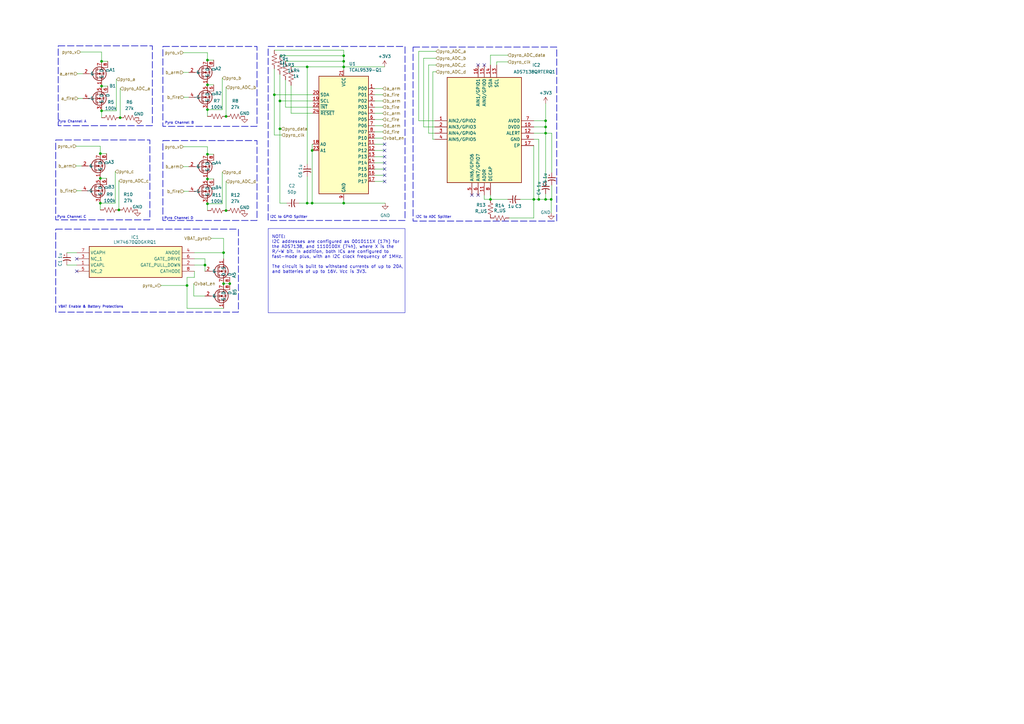
<source format=kicad_sch>
(kicad_sch (version 20230121) (generator eeschema)

  (uuid 25e87aab-0877-4568-a426-1d554c854643)

  (paper "A3")

  (title_block
    (title "MIDAS Power and Sensors")
    (date "2023-09-15")
    (rev "A")
    (company "Illinois Space Society")
  )

  (lib_symbols
    (symbol "ADS7138QRTERQ1:ADS7138QRTERQ1" (in_bom yes) (on_board yes)
      (property "Reference" "IC2" (at 44.958 6.9281 0)
        (effects (font (size 1.27 1.27)))
      )
      (property "Value" "ADS7138QRTERQ1" (at 44.958 4.3881 0)
        (effects (font (size 1.27 1.27)))
      )
      (property "Footprint" "ADC_Splitter:ADS7138QRTERQ1" (at 36.83 -79.68 0)
        (effects (font (size 1.27 1.27)) (justify left top) hide)
      )
      (property "Datasheet" "https://www.arrow.com/en/products/ads7138qrterq1/texas-instruments" (at 36.83 -179.68 0)
        (effects (font (size 1.27 1.27)) (justify left top) hide)
      )
      (property "Height" "0.8" (at 36.83 -379.68 0)
        (effects (font (size 1.27 1.27)) (justify left top) hide)
      )
      (property "Mouser Part Number" "595-ADS7138QRTERQ1" (at 36.83 -479.68 0)
        (effects (font (size 1.27 1.27)) (justify left top) hide)
      )
      (property "Mouser Price/Stock" "https://www.mouser.co.uk/ProductDetail/Texas-Instruments/ADS7138QRTERQ1?qs=T94vaHKWudS4Tv1qZ6show%3D%3D" (at 36.83 -579.68 0)
        (effects (font (size 1.27 1.27)) (justify left top) hide)
      )
      (property "Manufacturer_Name" "Texas Instruments" (at 36.83 -679.68 0)
        (effects (font (size 1.27 1.27)) (justify left top) hide)
      )
      (property "Manufacturer_Part_Number" "ADS7138QRTERQ1" (at 36.83 -779.68 0)
        (effects (font (size 1.27 1.27)) (justify left top) hide)
      )
      (property "ki_description" "8-Channel Single ADC SAR 140ksps 12-bit Serial Automotive T/R" (at 0 0 0)
        (effects (font (size 1.27 1.27)) hide)
      )
      (symbol "ADS7138QRTERQ1_1_1"
        (rectangle (start 5.08 17.78) (end 35.56 -25.4)
          (stroke (width 0.254) (type default))
          (fill (type background))
        )
        (pin passive line (at 0 0 0) (length 5.08)
          (name "AIN2/GPIO2" (effects (font (size 1.27 1.27))))
          (number "1" (effects (font (size 1.27 1.27))))
        )
        (pin passive line (at 40.64 -2.54 180) (length 5.08)
          (name "DVDD" (effects (font (size 1.27 1.27))))
          (number "10" (effects (font (size 1.27 1.27))))
        )
        (pin passive line (at 20.32 -30.48 90) (length 5.08)
          (name "ADDR" (effects (font (size 1.27 1.27))))
          (number "11" (effects (font (size 1.27 1.27))))
        )
        (pin passive line (at 40.64 -5.08 180) (length 5.08)
          (name "ALERT" (effects (font (size 1.27 1.27))))
          (number "12" (effects (font (size 1.27 1.27))))
        )
        (pin passive line (at 25.4 22.86 270) (length 5.08)
          (name "SCL" (effects (font (size 1.27 1.27))))
          (number "13" (effects (font (size 1.27 1.27))))
        )
        (pin passive line (at 22.86 22.86 270) (length 5.08)
          (name "SDA" (effects (font (size 1.27 1.27))))
          (number "14" (effects (font (size 1.27 1.27))))
        )
        (pin passive line (at 20.32 22.86 270) (length 5.08)
          (name "AIN0/GPIO0" (effects (font (size 1.27 1.27))))
          (number "15" (effects (font (size 1.27 1.27))))
        )
        (pin passive line (at 17.78 22.86 270) (length 5.08)
          (name "AIN1/GPIO1" (effects (font (size 1.27 1.27))))
          (number "16" (effects (font (size 1.27 1.27))))
        )
        (pin passive line (at 40.64 -10.16 180) (length 5.08)
          (name "EP" (effects (font (size 1.27 1.27))))
          (number "17" (effects (font (size 1.27 1.27))))
        )
        (pin passive line (at 0 -2.54 0) (length 5.08)
          (name "AIN3/GPIO3" (effects (font (size 1.27 1.27))))
          (number "2" (effects (font (size 1.27 1.27))))
        )
        (pin passive line (at 0 -5.08 0) (length 5.08)
          (name "AIN4/GPIO4" (effects (font (size 1.27 1.27))))
          (number "3" (effects (font (size 1.27 1.27))))
        )
        (pin passive line (at 0 -7.62 0) (length 5.08)
          (name "AIN5/GPIO5" (effects (font (size 1.27 1.27))))
          (number "4" (effects (font (size 1.27 1.27))))
        )
        (pin passive line (at 15.24 -30.48 90) (length 5.08)
          (name "AIN6/GPIO6" (effects (font (size 1.27 1.27))))
          (number "5" (effects (font (size 1.27 1.27))))
        )
        (pin passive line (at 17.78 -30.48 90) (length 5.08)
          (name "AIN7/GPIO7" (effects (font (size 1.27 1.27))))
          (number "6" (effects (font (size 1.27 1.27))))
        )
        (pin passive line (at 40.64 0 180) (length 5.08)
          (name "AVDD" (effects (font (size 1.27 1.27))))
          (number "7" (effects (font (size 1.27 1.27))))
        )
        (pin passive line (at 22.86 -30.48 90) (length 5.08)
          (name "DECAP" (effects (font (size 1.27 1.27))))
          (number "8" (effects (font (size 1.27 1.27))))
        )
        (pin passive line (at 40.64 -7.62 180) (length 5.08)
          (name "GND" (effects (font (size 1.27 1.27))))
          (number "9" (effects (font (size 1.27 1.27))))
        )
      )
    )
    (symbol "DMNH6022SSDQ-13:DMNH6022SSDQ-13_A" (in_bom yes) (on_board yes)
      (property "Reference" "B5" (at 5.842 1.5903 90)
        (effects (font (size 1.27 1.27)))
      )
      (property "Value" "~" (at -2.54 0 0)
        (effects (font (size 1.27 1.27)))
      )
      (property "Footprint" "MIDAS_NMOS:DMNH6022SSDQ-13" (at -2.54 0 0)
        (effects (font (size 1.27 1.27)) hide)
      )
      (property "Datasheet" "https://www.diodes.com/assets/Datasheets/DMNH6022SSDQ.pdf" (at -2.54 0 0)
        (effects (font (size 1.27 1.27)) hide)
      )
      (symbol "DMNH6022SSDQ-13_A_0_1"
        (polyline
          (pts
            (xy -1.016 0)
            (xy -3.81 0)
          )
          (stroke (width 0) (type default))
          (fill (type none))
        )
        (polyline
          (pts
            (xy -1.016 1.905)
            (xy -1.016 -1.905)
          )
          (stroke (width 0.254) (type default))
          (fill (type none))
        )
        (polyline
          (pts
            (xy -0.508 -1.27)
            (xy -0.508 -2.286)
          )
          (stroke (width 0.254) (type default))
          (fill (type none))
        )
        (polyline
          (pts
            (xy -0.508 0.508)
            (xy -0.508 -0.508)
          )
          (stroke (width 0.254) (type default))
          (fill (type none))
        )
        (polyline
          (pts
            (xy -0.508 2.286)
            (xy -0.508 1.27)
          )
          (stroke (width 0.254) (type default))
          (fill (type none))
        )
        (polyline
          (pts
            (xy 1.27 -2.54)
            (xy 1.27 0)
            (xy -0.508 0)
          )
          (stroke (width 0) (type default))
          (fill (type none))
        )
        (polyline
          (pts
            (xy 3.81 2.54)
            (xy 1.27 2.54)
            (xy 1.27 1.778)
          )
          (stroke (width 0) (type default))
          (fill (type none))
        )
        (polyline
          (pts
            (xy -0.508 -1.778)
            (xy 2.032 -1.778)
            (xy 2.032 1.778)
            (xy -0.508 1.778)
          )
          (stroke (width 0) (type default))
          (fill (type none))
        )
        (polyline
          (pts
            (xy -0.254 0)
            (xy 0.762 0.381)
            (xy 0.762 -0.381)
            (xy -0.254 0)
          )
          (stroke (width 0) (type default))
          (fill (type outline))
        )
        (polyline
          (pts
            (xy 1.524 0.508)
            (xy 1.651 0.381)
            (xy 2.413 0.381)
            (xy 2.54 0.254)
          )
          (stroke (width 0) (type default))
          (fill (type none))
        )
        (polyline
          (pts
            (xy 2.032 0.381)
            (xy 1.651 -0.254)
            (xy 2.413 -0.254)
            (xy 2.032 0.381)
          )
          (stroke (width 0) (type default))
          (fill (type none))
        )
        (circle (center 0.381 0) (radius 2.794)
          (stroke (width 0.254) (type default))
          (fill (type none))
        )
        (circle (center 1.27 -1.778) (radius 0.254)
          (stroke (width 0) (type default))
          (fill (type outline))
        )
        (circle (center 1.27 1.778) (radius 0.254)
          (stroke (width 0) (type default))
          (fill (type outline))
        )
      )
      (symbol "DMNH6022SSDQ-13_A_1_1"
        (pin passive line (at 1.27 -5.08 90) (length 2.54)
          (name "S" (effects (font (size 1.27 1.27))))
          (number "1" (effects (font (size 1.27 1.27))))
        )
        (pin input line (at -6.35 0 0) (length 2.54)
          (name "G" (effects (font (size 1.27 1.27))))
          (number "2" (effects (font (size 1.27 1.27))))
        )
        (pin passive line (at 1.27 5.08 270) (length 2.54)
          (name "D" (effects (font (size 1.27 1.27))))
          (number "7" (effects (font (size 1.27 1.27))))
        )
        (pin passive line (at 3.81 5.08 270) (length 2.54)
          (name "D" (effects (font (size 1.27 1.27))))
          (number "8" (effects (font (size 1.27 1.27))))
        )
      )
    )
    (symbol "DMNH6022SSDQ-13:DMNH6022SSDQ-13_B" (in_bom yes) (on_board yes)
      (property "Reference" "B3" (at 4.445 1.5903 0)
        (effects (font (size 1.27 1.27)) (justify left))
      )
      (property "Value" "~" (at -3.81 0 0)
        (effects (font (size 1.27 1.27)))
      )
      (property "Footprint" "MIDAS_NMOS:DMNH6022SSDQ-13" (at -3.81 0 0)
        (effects (font (size 1.27 1.27)) hide)
      )
      (property "Datasheet" "https://www.diodes.com/assets/Datasheets/DMNH6022SSDQ.pdf" (at -3.81 0 0)
        (effects (font (size 1.27 1.27)) hide)
      )
      (symbol "DMNH6022SSDQ-13_B_0_1"
        (polyline
          (pts
            (xy -1.016 0)
            (xy -3.81 0)
          )
          (stroke (width 0) (type default))
          (fill (type none))
        )
        (polyline
          (pts
            (xy -1.016 1.905)
            (xy -1.016 -1.905)
          )
          (stroke (width 0.254) (type default))
          (fill (type none))
        )
        (polyline
          (pts
            (xy -0.508 -1.27)
            (xy -0.508 -2.286)
          )
          (stroke (width 0.254) (type default))
          (fill (type none))
        )
        (polyline
          (pts
            (xy -0.508 0.508)
            (xy -0.508 -0.508)
          )
          (stroke (width 0.254) (type default))
          (fill (type none))
        )
        (polyline
          (pts
            (xy -0.508 2.286)
            (xy -0.508 1.27)
          )
          (stroke (width 0.254) (type default))
          (fill (type none))
        )
        (polyline
          (pts
            (xy 1.27 -2.54)
            (xy 1.27 0)
            (xy -0.508 0)
          )
          (stroke (width 0) (type default))
          (fill (type none))
        )
        (polyline
          (pts
            (xy 3.81 2.54)
            (xy 1.27 2.54)
            (xy 1.27 1.778)
          )
          (stroke (width 0) (type default))
          (fill (type none))
        )
        (polyline
          (pts
            (xy -0.508 -1.778)
            (xy 2.032 -1.778)
            (xy 2.032 1.778)
            (xy -0.508 1.778)
          )
          (stroke (width 0) (type default))
          (fill (type none))
        )
        (polyline
          (pts
            (xy -0.254 0)
            (xy 0.762 0.381)
            (xy 0.762 -0.381)
            (xy -0.254 0)
          )
          (stroke (width 0) (type default))
          (fill (type outline))
        )
        (polyline
          (pts
            (xy 1.524 0.508)
            (xy 1.651 0.381)
            (xy 2.413 0.381)
            (xy 2.54 0.254)
          )
          (stroke (width 0) (type default))
          (fill (type none))
        )
        (polyline
          (pts
            (xy 2.032 0.381)
            (xy 1.651 -0.254)
            (xy 2.413 -0.254)
            (xy 2.032 0.381)
          )
          (stroke (width 0) (type default))
          (fill (type none))
        )
        (circle (center 0.381 0) (radius 2.794)
          (stroke (width 0.254) (type default))
          (fill (type none))
        )
        (circle (center 1.27 -1.778) (radius 0.254)
          (stroke (width 0) (type default))
          (fill (type outline))
        )
        (circle (center 1.27 1.778) (radius 0.254)
          (stroke (width 0) (type default))
          (fill (type outline))
        )
      )
      (symbol "DMNH6022SSDQ-13_B_1_1"
        (pin passive line (at 1.27 -5.08 90) (length 2.54)
          (name "S" (effects (font (size 1.27 1.27))))
          (number "3" (effects (font (size 1.27 1.27))))
        )
        (pin input line (at -6.35 0 0) (length 2.54)
          (name "G" (effects (font (size 1.27 1.27))))
          (number "4" (effects (font (size 1.27 1.27))))
        )
        (pin passive line (at 1.27 5.08 270) (length 2.54)
          (name "D" (effects (font (size 1.27 1.27))))
          (number "5" (effects (font (size 1.27 1.27))))
        )
        (pin passive line (at 3.81 5.08 270) (length 2.54)
          (name "D" (effects (font (size 1.27 1.27))))
          (number "6" (effects (font (size 1.27 1.27))))
        )
      )
    )
    (symbol "DMNH6022SSDQ-13_A_1" (in_bom yes) (on_board yes)
      (property "Reference" "A4" (at 4.445 1.5903 0)
        (effects (font (size 1.27 1.27)) (justify left))
      )
      (property "Value" "~" (at -2.54 0 0)
        (effects (font (size 1.27 1.27)))
      )
      (property "Footprint" "MIDAS_NMOS:DMNH6022SSDQ-13" (at -2.54 0 0)
        (effects (font (size 1.27 1.27)) hide)
      )
      (property "Datasheet" "https://www.diodes.com/assets/Datasheets/DMNH6022SSDQ.pdf" (at -2.54 0 0)
        (effects (font (size 1.27 1.27)) hide)
      )
      (symbol "DMNH6022SSDQ-13_A_1_0_1"
        (polyline
          (pts
            (xy -1.016 0)
            (xy -3.81 0)
          )
          (stroke (width 0) (type default))
          (fill (type none))
        )
        (polyline
          (pts
            (xy -1.016 1.905)
            (xy -1.016 -1.905)
          )
          (stroke (width 0.254) (type default))
          (fill (type none))
        )
        (polyline
          (pts
            (xy -0.508 -1.27)
            (xy -0.508 -2.286)
          )
          (stroke (width 0.254) (type default))
          (fill (type none))
        )
        (polyline
          (pts
            (xy -0.508 0.508)
            (xy -0.508 -0.508)
          )
          (stroke (width 0.254) (type default))
          (fill (type none))
        )
        (polyline
          (pts
            (xy -0.508 2.286)
            (xy -0.508 1.27)
          )
          (stroke (width 0.254) (type default))
          (fill (type none))
        )
        (polyline
          (pts
            (xy 1.27 -2.54)
            (xy 1.27 0)
            (xy -0.508 0)
          )
          (stroke (width 0) (type default))
          (fill (type none))
        )
        (polyline
          (pts
            (xy 3.81 2.54)
            (xy 1.27 2.54)
            (xy 1.27 1.778)
          )
          (stroke (width 0) (type default))
          (fill (type none))
        )
        (polyline
          (pts
            (xy -0.508 -1.778)
            (xy 2.032 -1.778)
            (xy 2.032 1.778)
            (xy -0.508 1.778)
          )
          (stroke (width 0) (type default))
          (fill (type none))
        )
        (polyline
          (pts
            (xy -0.254 0)
            (xy 0.762 0.381)
            (xy 0.762 -0.381)
            (xy -0.254 0)
          )
          (stroke (width 0) (type default))
          (fill (type outline))
        )
        (polyline
          (pts
            (xy 1.524 0.508)
            (xy 1.651 0.381)
            (xy 2.413 0.381)
            (xy 2.54 0.254)
          )
          (stroke (width 0) (type default))
          (fill (type none))
        )
        (polyline
          (pts
            (xy 2.032 0.381)
            (xy 1.651 -0.254)
            (xy 2.413 -0.254)
            (xy 2.032 0.381)
          )
          (stroke (width 0) (type default))
          (fill (type none))
        )
        (circle (center 0.381 0) (radius 2.794)
          (stroke (width 0.254) (type default))
          (fill (type none))
        )
        (circle (center 1.27 -1.778) (radius 0.254)
          (stroke (width 0) (type default))
          (fill (type outline))
        )
        (circle (center 1.27 1.778) (radius 0.254)
          (stroke (width 0) (type default))
          (fill (type outline))
        )
      )
      (symbol "DMNH6022SSDQ-13_A_1_1_1"
        (pin passive line (at 1.27 -5.08 90) (length 2.54)
          (name "S" (effects (font (size 1.27 1.27))))
          (number "1" (effects (font (size 1.27 1.27))))
        )
        (pin input line (at -6.35 0 0) (length 2.54)
          (name "G" (effects (font (size 1.27 1.27))))
          (number "2" (effects (font (size 1.27 1.27))))
        )
        (pin passive line (at 1.27 5.08 270) (length 2.54)
          (name "D" (effects (font (size 1.27 1.27))))
          (number "7" (effects (font (size 1.27 1.27))))
        )
        (pin passive line (at 3.81 5.08 270) (length 2.54)
          (name "D" (effects (font (size 1.27 1.27))))
          (number "8" (effects (font (size 1.27 1.27))))
        )
      )
    )
    (symbol "DMNH6022SSDQ-13_A_2" (in_bom yes) (on_board yes)
      (property "Reference" "A2" (at 4.445 1.5903 0)
        (effects (font (size 1.27 1.27)) (justify left))
      )
      (property "Value" "~" (at -2.54 0 0)
        (effects (font (size 1.27 1.27)))
      )
      (property "Footprint" "MIDAS_NMOS:DMNH6022SSDQ-13" (at -2.54 0 0)
        (effects (font (size 1.27 1.27)) hide)
      )
      (property "Datasheet" "https://www.diodes.com/assets/Datasheets/DMNH6022SSDQ.pdf" (at -2.54 0 0)
        (effects (font (size 1.27 1.27)) hide)
      )
      (symbol "DMNH6022SSDQ-13_A_2_0_1"
        (polyline
          (pts
            (xy -1.016 0)
            (xy -3.81 0)
          )
          (stroke (width 0) (type default))
          (fill (type none))
        )
        (polyline
          (pts
            (xy -1.016 1.905)
            (xy -1.016 -1.905)
          )
          (stroke (width 0.254) (type default))
          (fill (type none))
        )
        (polyline
          (pts
            (xy -0.508 -1.27)
            (xy -0.508 -2.286)
          )
          (stroke (width 0.254) (type default))
          (fill (type none))
        )
        (polyline
          (pts
            (xy -0.508 0.508)
            (xy -0.508 -0.508)
          )
          (stroke (width 0.254) (type default))
          (fill (type none))
        )
        (polyline
          (pts
            (xy -0.508 2.286)
            (xy -0.508 1.27)
          )
          (stroke (width 0.254) (type default))
          (fill (type none))
        )
        (polyline
          (pts
            (xy 1.27 -2.54)
            (xy 1.27 0)
            (xy -0.508 0)
          )
          (stroke (width 0) (type default))
          (fill (type none))
        )
        (polyline
          (pts
            (xy 3.81 2.54)
            (xy 1.27 2.54)
            (xy 1.27 1.778)
          )
          (stroke (width 0) (type default))
          (fill (type none))
        )
        (polyline
          (pts
            (xy -0.508 -1.778)
            (xy 2.032 -1.778)
            (xy 2.032 1.778)
            (xy -0.508 1.778)
          )
          (stroke (width 0) (type default))
          (fill (type none))
        )
        (polyline
          (pts
            (xy -0.254 0)
            (xy 0.762 0.381)
            (xy 0.762 -0.381)
            (xy -0.254 0)
          )
          (stroke (width 0) (type default))
          (fill (type outline))
        )
        (polyline
          (pts
            (xy 1.524 0.508)
            (xy 1.651 0.381)
            (xy 2.413 0.381)
            (xy 2.54 0.254)
          )
          (stroke (width 0) (type default))
          (fill (type none))
        )
        (polyline
          (pts
            (xy 2.032 0.381)
            (xy 1.651 -0.254)
            (xy 2.413 -0.254)
            (xy 2.032 0.381)
          )
          (stroke (width 0) (type default))
          (fill (type none))
        )
        (circle (center 0.381 0) (radius 2.794)
          (stroke (width 0.254) (type default))
          (fill (type none))
        )
        (circle (center 1.27 -1.778) (radius 0.254)
          (stroke (width 0) (type default))
          (fill (type outline))
        )
        (circle (center 1.27 1.778) (radius 0.254)
          (stroke (width 0) (type default))
          (fill (type outline))
        )
      )
      (symbol "DMNH6022SSDQ-13_A_2_1_1"
        (pin passive line (at 1.27 -5.08 90) (length 2.54)
          (name "S" (effects (font (size 1.27 1.27))))
          (number "1" (effects (font (size 1.27 1.27))))
        )
        (pin input line (at -6.35 0 0) (length 2.54)
          (name "G" (effects (font (size 1.27 1.27))))
          (number "2" (effects (font (size 1.27 1.27))))
        )
        (pin passive line (at 1.27 5.08 270) (length 2.54)
          (name "D" (effects (font (size 1.27 1.27))))
          (number "7" (effects (font (size 1.27 1.27))))
        )
        (pin passive line (at 3.81 5.08 270) (length 2.54)
          (name "D" (effects (font (size 1.27 1.27))))
          (number "8" (effects (font (size 1.27 1.27))))
        )
      )
    )
    (symbol "DMNH6022SSDQ-13_A_3" (in_bom yes) (on_board yes)
      (property "Reference" "A1" (at 4.445 1.5903 0)
        (effects (font (size 1.27 1.27)) (justify left))
      )
      (property "Value" "~" (at -2.54 0 0)
        (effects (font (size 1.27 1.27)))
      )
      (property "Footprint" "MIDAS_NMOS:DMNH6022SSDQ-13" (at -2.54 0 0)
        (effects (font (size 1.27 1.27)) hide)
      )
      (property "Datasheet" "https://www.diodes.com/assets/Datasheets/DMNH6022SSDQ.pdf" (at -2.54 0 0)
        (effects (font (size 1.27 1.27)) hide)
      )
      (symbol "DMNH6022SSDQ-13_A_3_0_1"
        (polyline
          (pts
            (xy -1.016 0)
            (xy -3.81 0)
          )
          (stroke (width 0) (type default))
          (fill (type none))
        )
        (polyline
          (pts
            (xy -1.016 1.905)
            (xy -1.016 -1.905)
          )
          (stroke (width 0.254) (type default))
          (fill (type none))
        )
        (polyline
          (pts
            (xy -0.508 -1.27)
            (xy -0.508 -2.286)
          )
          (stroke (width 0.254) (type default))
          (fill (type none))
        )
        (polyline
          (pts
            (xy -0.508 0.508)
            (xy -0.508 -0.508)
          )
          (stroke (width 0.254) (type default))
          (fill (type none))
        )
        (polyline
          (pts
            (xy -0.508 2.286)
            (xy -0.508 1.27)
          )
          (stroke (width 0.254) (type default))
          (fill (type none))
        )
        (polyline
          (pts
            (xy 1.27 -2.54)
            (xy 1.27 0)
            (xy -0.508 0)
          )
          (stroke (width 0) (type default))
          (fill (type none))
        )
        (polyline
          (pts
            (xy 3.81 2.54)
            (xy 1.27 2.54)
            (xy 1.27 1.778)
          )
          (stroke (width 0) (type default))
          (fill (type none))
        )
        (polyline
          (pts
            (xy -0.508 -1.778)
            (xy 2.032 -1.778)
            (xy 2.032 1.778)
            (xy -0.508 1.778)
          )
          (stroke (width 0) (type default))
          (fill (type none))
        )
        (polyline
          (pts
            (xy -0.254 0)
            (xy 0.762 0.381)
            (xy 0.762 -0.381)
            (xy -0.254 0)
          )
          (stroke (width 0) (type default))
          (fill (type outline))
        )
        (polyline
          (pts
            (xy 1.524 0.508)
            (xy 1.651 0.381)
            (xy 2.413 0.381)
            (xy 2.54 0.254)
          )
          (stroke (width 0) (type default))
          (fill (type none))
        )
        (polyline
          (pts
            (xy 2.032 0.381)
            (xy 1.651 -0.254)
            (xy 2.413 -0.254)
            (xy 2.032 0.381)
          )
          (stroke (width 0) (type default))
          (fill (type none))
        )
        (circle (center 0.381 0) (radius 2.794)
          (stroke (width 0.254) (type default))
          (fill (type none))
        )
        (circle (center 1.27 -1.778) (radius 0.254)
          (stroke (width 0) (type default))
          (fill (type outline))
        )
        (circle (center 1.27 1.778) (radius 0.254)
          (stroke (width 0) (type default))
          (fill (type outline))
        )
      )
      (symbol "DMNH6022SSDQ-13_A_3_1_1"
        (pin passive line (at 1.27 -5.08 90) (length 2.54)
          (name "S" (effects (font (size 1.27 1.27))))
          (number "1" (effects (font (size 1.27 1.27))))
        )
        (pin input line (at -6.35 0 0) (length 2.54)
          (name "G" (effects (font (size 1.27 1.27))))
          (number "2" (effects (font (size 1.27 1.27))))
        )
        (pin passive line (at 1.27 5.08 270) (length 2.54)
          (name "D" (effects (font (size 1.27 1.27))))
          (number "7" (effects (font (size 1.27 1.27))))
        )
        (pin passive line (at 3.81 5.08 270) (length 2.54)
          (name "D" (effects (font (size 1.27 1.27))))
          (number "8" (effects (font (size 1.27 1.27))))
        )
      )
    )
    (symbol "DMNH6022SSDQ-13_A_4" (in_bom yes) (on_board yes)
      (property "Reference" "A3" (at 4.445 1.5903 0)
        (effects (font (size 1.27 1.27)) (justify left))
      )
      (property "Value" "~" (at -2.54 0 0)
        (effects (font (size 1.27 1.27)))
      )
      (property "Footprint" "MIDAS_NMOS:DMNH6022SSDQ-13" (at -2.54 0 0)
        (effects (font (size 1.27 1.27)) hide)
      )
      (property "Datasheet" "https://www.diodes.com/assets/Datasheets/DMNH6022SSDQ.pdf" (at -2.54 0 0)
        (effects (font (size 1.27 1.27)) hide)
      )
      (symbol "DMNH6022SSDQ-13_A_4_0_1"
        (polyline
          (pts
            (xy -1.016 0)
            (xy -3.81 0)
          )
          (stroke (width 0) (type default))
          (fill (type none))
        )
        (polyline
          (pts
            (xy -1.016 1.905)
            (xy -1.016 -1.905)
          )
          (stroke (width 0.254) (type default))
          (fill (type none))
        )
        (polyline
          (pts
            (xy -0.508 -1.27)
            (xy -0.508 -2.286)
          )
          (stroke (width 0.254) (type default))
          (fill (type none))
        )
        (polyline
          (pts
            (xy -0.508 0.508)
            (xy -0.508 -0.508)
          )
          (stroke (width 0.254) (type default))
          (fill (type none))
        )
        (polyline
          (pts
            (xy -0.508 2.286)
            (xy -0.508 1.27)
          )
          (stroke (width 0.254) (type default))
          (fill (type none))
        )
        (polyline
          (pts
            (xy 1.27 -2.54)
            (xy 1.27 0)
            (xy -0.508 0)
          )
          (stroke (width 0) (type default))
          (fill (type none))
        )
        (polyline
          (pts
            (xy 3.81 2.54)
            (xy 1.27 2.54)
            (xy 1.27 1.778)
          )
          (stroke (width 0) (type default))
          (fill (type none))
        )
        (polyline
          (pts
            (xy -0.508 -1.778)
            (xy 2.032 -1.778)
            (xy 2.032 1.778)
            (xy -0.508 1.778)
          )
          (stroke (width 0) (type default))
          (fill (type none))
        )
        (polyline
          (pts
            (xy -0.254 0)
            (xy 0.762 0.381)
            (xy 0.762 -0.381)
            (xy -0.254 0)
          )
          (stroke (width 0) (type default))
          (fill (type outline))
        )
        (polyline
          (pts
            (xy 1.524 0.508)
            (xy 1.651 0.381)
            (xy 2.413 0.381)
            (xy 2.54 0.254)
          )
          (stroke (width 0) (type default))
          (fill (type none))
        )
        (polyline
          (pts
            (xy 2.032 0.381)
            (xy 1.651 -0.254)
            (xy 2.413 -0.254)
            (xy 2.032 0.381)
          )
          (stroke (width 0) (type default))
          (fill (type none))
        )
        (circle (center 0.381 0) (radius 2.794)
          (stroke (width 0.254) (type default))
          (fill (type none))
        )
        (circle (center 1.27 -1.778) (radius 0.254)
          (stroke (width 0) (type default))
          (fill (type outline))
        )
        (circle (center 1.27 1.778) (radius 0.254)
          (stroke (width 0) (type default))
          (fill (type outline))
        )
      )
      (symbol "DMNH6022SSDQ-13_A_4_1_1"
        (pin passive line (at 1.27 -5.08 90) (length 2.54)
          (name "S" (effects (font (size 1.27 1.27))))
          (number "1" (effects (font (size 1.27 1.27))))
        )
        (pin input line (at -6.35 0 0) (length 2.54)
          (name "G" (effects (font (size 1.27 1.27))))
          (number "2" (effects (font (size 1.27 1.27))))
        )
        (pin passive line (at 1.27 5.08 270) (length 2.54)
          (name "D" (effects (font (size 1.27 1.27))))
          (number "7" (effects (font (size 1.27 1.27))))
        )
        (pin passive line (at 3.81 5.08 270) (length 2.54)
          (name "D" (effects (font (size 1.27 1.27))))
          (number "8" (effects (font (size 1.27 1.27))))
        )
      )
    )
    (symbol "DMNH6022SSDQ-13_A_5" (in_bom yes) (on_board yes)
      (property "Reference" "A5" (at 5.588 1.5903 90)
        (effects (font (size 1.27 1.27)))
      )
      (property "Value" "~" (at -2.54 0 0)
        (effects (font (size 1.27 1.27)))
      )
      (property "Footprint" "MIDAS_NMOS:DMNH6022SSDQ-13" (at -2.54 0 0)
        (effects (font (size 1.27 1.27)) hide)
      )
      (property "Datasheet" "https://www.diodes.com/assets/Datasheets/DMNH6022SSDQ.pdf" (at -2.54 0 0)
        (effects (font (size 1.27 1.27)) hide)
      )
      (symbol "DMNH6022SSDQ-13_A_5_0_1"
        (polyline
          (pts
            (xy -1.016 0)
            (xy -3.81 0)
          )
          (stroke (width 0) (type default))
          (fill (type none))
        )
        (polyline
          (pts
            (xy -1.016 1.905)
            (xy -1.016 -1.905)
          )
          (stroke (width 0.254) (type default))
          (fill (type none))
        )
        (polyline
          (pts
            (xy -0.508 -1.27)
            (xy -0.508 -2.286)
          )
          (stroke (width 0.254) (type default))
          (fill (type none))
        )
        (polyline
          (pts
            (xy -0.508 0.508)
            (xy -0.508 -0.508)
          )
          (stroke (width 0.254) (type default))
          (fill (type none))
        )
        (polyline
          (pts
            (xy -0.508 2.286)
            (xy -0.508 1.27)
          )
          (stroke (width 0.254) (type default))
          (fill (type none))
        )
        (polyline
          (pts
            (xy 1.27 -2.54)
            (xy 1.27 0)
            (xy -0.508 0)
          )
          (stroke (width 0) (type default))
          (fill (type none))
        )
        (polyline
          (pts
            (xy 3.81 2.54)
            (xy 1.27 2.54)
            (xy 1.27 1.778)
          )
          (stroke (width 0) (type default))
          (fill (type none))
        )
        (polyline
          (pts
            (xy -0.508 -1.778)
            (xy 2.032 -1.778)
            (xy 2.032 1.778)
            (xy -0.508 1.778)
          )
          (stroke (width 0) (type default))
          (fill (type none))
        )
        (polyline
          (pts
            (xy -0.254 0)
            (xy 0.762 0.381)
            (xy 0.762 -0.381)
            (xy -0.254 0)
          )
          (stroke (width 0) (type default))
          (fill (type outline))
        )
        (polyline
          (pts
            (xy 1.524 0.508)
            (xy 1.651 0.381)
            (xy 2.413 0.381)
            (xy 2.54 0.254)
          )
          (stroke (width 0) (type default))
          (fill (type none))
        )
        (polyline
          (pts
            (xy 2.032 0.381)
            (xy 1.651 -0.254)
            (xy 2.413 -0.254)
            (xy 2.032 0.381)
          )
          (stroke (width 0) (type default))
          (fill (type none))
        )
        (circle (center 0.381 0) (radius 2.794)
          (stroke (width 0.254) (type default))
          (fill (type none))
        )
        (circle (center 1.27 -1.778) (radius 0.254)
          (stroke (width 0) (type default))
          (fill (type outline))
        )
        (circle (center 1.27 1.778) (radius 0.254)
          (stroke (width 0) (type default))
          (fill (type outline))
        )
      )
      (symbol "DMNH6022SSDQ-13_A_5_1_1"
        (pin passive line (at 1.27 -5.08 90) (length 2.54)
          (name "S" (effects (font (size 1.27 1.27))))
          (number "1" (effects (font (size 1.27 1.27))))
        )
        (pin input line (at -6.35 0 0) (length 2.54)
          (name "G" (effects (font (size 1.27 1.27))))
          (number "2" (effects (font (size 1.27 1.27))))
        )
        (pin passive line (at 1.27 5.08 270) (length 2.54)
          (name "D" (effects (font (size 1.27 1.27))))
          (number "7" (effects (font (size 1.27 1.27))))
        )
        (pin passive line (at 3.81 5.08 270) (length 2.54)
          (name "D" (effects (font (size 1.27 1.27))))
          (number "8" (effects (font (size 1.27 1.27))))
        )
      )
    )
    (symbol "DMNH6022SSDQ-13_B_1" (in_bom yes) (on_board yes)
      (property "Reference" "B4" (at 4.445 1.5903 0)
        (effects (font (size 1.27 1.27)) (justify left))
      )
      (property "Value" "~" (at -3.81 0 0)
        (effects (font (size 1.27 1.27)))
      )
      (property "Footprint" "MIDAS_NMOS:DMNH6022SSDQ-13" (at -3.81 0 0)
        (effects (font (size 1.27 1.27)) hide)
      )
      (property "Datasheet" "https://www.diodes.com/assets/Datasheets/DMNH6022SSDQ.pdf" (at -3.81 0 0)
        (effects (font (size 1.27 1.27)) hide)
      )
      (symbol "DMNH6022SSDQ-13_B_1_0_1"
        (polyline
          (pts
            (xy -1.016 0)
            (xy -3.81 0)
          )
          (stroke (width 0) (type default))
          (fill (type none))
        )
        (polyline
          (pts
            (xy -1.016 1.905)
            (xy -1.016 -1.905)
          )
          (stroke (width 0.254) (type default))
          (fill (type none))
        )
        (polyline
          (pts
            (xy -0.508 -1.27)
            (xy -0.508 -2.286)
          )
          (stroke (width 0.254) (type default))
          (fill (type none))
        )
        (polyline
          (pts
            (xy -0.508 0.508)
            (xy -0.508 -0.508)
          )
          (stroke (width 0.254) (type default))
          (fill (type none))
        )
        (polyline
          (pts
            (xy -0.508 2.286)
            (xy -0.508 1.27)
          )
          (stroke (width 0.254) (type default))
          (fill (type none))
        )
        (polyline
          (pts
            (xy 1.27 -2.54)
            (xy 1.27 0)
            (xy -0.508 0)
          )
          (stroke (width 0) (type default))
          (fill (type none))
        )
        (polyline
          (pts
            (xy 3.81 2.54)
            (xy 1.27 2.54)
            (xy 1.27 1.778)
          )
          (stroke (width 0) (type default))
          (fill (type none))
        )
        (polyline
          (pts
            (xy -0.508 -1.778)
            (xy 2.032 -1.778)
            (xy 2.032 1.778)
            (xy -0.508 1.778)
          )
          (stroke (width 0) (type default))
          (fill (type none))
        )
        (polyline
          (pts
            (xy -0.254 0)
            (xy 0.762 0.381)
            (xy 0.762 -0.381)
            (xy -0.254 0)
          )
          (stroke (width 0) (type default))
          (fill (type outline))
        )
        (polyline
          (pts
            (xy 1.524 0.508)
            (xy 1.651 0.381)
            (xy 2.413 0.381)
            (xy 2.54 0.254)
          )
          (stroke (width 0) (type default))
          (fill (type none))
        )
        (polyline
          (pts
            (xy 2.032 0.381)
            (xy 1.651 -0.254)
            (xy 2.413 -0.254)
            (xy 2.032 0.381)
          )
          (stroke (width 0) (type default))
          (fill (type none))
        )
        (circle (center 0.381 0) (radius 2.794)
          (stroke (width 0.254) (type default))
          (fill (type none))
        )
        (circle (center 1.27 -1.778) (radius 0.254)
          (stroke (width 0) (type default))
          (fill (type outline))
        )
        (circle (center 1.27 1.778) (radius 0.254)
          (stroke (width 0) (type default))
          (fill (type outline))
        )
      )
      (symbol "DMNH6022SSDQ-13_B_1_1_1"
        (pin passive line (at 1.27 -5.08 90) (length 2.54)
          (name "S" (effects (font (size 1.27 1.27))))
          (number "3" (effects (font (size 1.27 1.27))))
        )
        (pin input line (at -6.35 0 0) (length 2.54)
          (name "G" (effects (font (size 1.27 1.27))))
          (number "4" (effects (font (size 1.27 1.27))))
        )
        (pin passive line (at 1.27 5.08 270) (length 2.54)
          (name "D" (effects (font (size 1.27 1.27))))
          (number "5" (effects (font (size 1.27 1.27))))
        )
        (pin passive line (at 3.81 5.08 270) (length 2.54)
          (name "D" (effects (font (size 1.27 1.27))))
          (number "6" (effects (font (size 1.27 1.27))))
        )
      )
    )
    (symbol "DMNH6022SSDQ-13_B_2" (in_bom yes) (on_board yes)
      (property "Reference" "B2" (at 4.445 1.5903 0)
        (effects (font (size 1.27 1.27)) (justify left))
      )
      (property "Value" "~" (at -3.81 0 0)
        (effects (font (size 1.27 1.27)))
      )
      (property "Footprint" "MIDAS_NMOS:DMNH6022SSDQ-13" (at -3.81 0 0)
        (effects (font (size 1.27 1.27)) hide)
      )
      (property "Datasheet" "https://www.diodes.com/assets/Datasheets/DMNH6022SSDQ.pdf" (at -3.81 0 0)
        (effects (font (size 1.27 1.27)) hide)
      )
      (symbol "DMNH6022SSDQ-13_B_2_0_1"
        (polyline
          (pts
            (xy -1.016 0)
            (xy -3.81 0)
          )
          (stroke (width 0) (type default))
          (fill (type none))
        )
        (polyline
          (pts
            (xy -1.016 1.905)
            (xy -1.016 -1.905)
          )
          (stroke (width 0.254) (type default))
          (fill (type none))
        )
        (polyline
          (pts
            (xy -0.508 -1.27)
            (xy -0.508 -2.286)
          )
          (stroke (width 0.254) (type default))
          (fill (type none))
        )
        (polyline
          (pts
            (xy -0.508 0.508)
            (xy -0.508 -0.508)
          )
          (stroke (width 0.254) (type default))
          (fill (type none))
        )
        (polyline
          (pts
            (xy -0.508 2.286)
            (xy -0.508 1.27)
          )
          (stroke (width 0.254) (type default))
          (fill (type none))
        )
        (polyline
          (pts
            (xy 1.27 -2.54)
            (xy 1.27 0)
            (xy -0.508 0)
          )
          (stroke (width 0) (type default))
          (fill (type none))
        )
        (polyline
          (pts
            (xy 3.81 2.54)
            (xy 1.27 2.54)
            (xy 1.27 1.778)
          )
          (stroke (width 0) (type default))
          (fill (type none))
        )
        (polyline
          (pts
            (xy -0.508 -1.778)
            (xy 2.032 -1.778)
            (xy 2.032 1.778)
            (xy -0.508 1.778)
          )
          (stroke (width 0) (type default))
          (fill (type none))
        )
        (polyline
          (pts
            (xy -0.254 0)
            (xy 0.762 0.381)
            (xy 0.762 -0.381)
            (xy -0.254 0)
          )
          (stroke (width 0) (type default))
          (fill (type outline))
        )
        (polyline
          (pts
            (xy 1.524 0.508)
            (xy 1.651 0.381)
            (xy 2.413 0.381)
            (xy 2.54 0.254)
          )
          (stroke (width 0) (type default))
          (fill (type none))
        )
        (polyline
          (pts
            (xy 2.032 0.381)
            (xy 1.651 -0.254)
            (xy 2.413 -0.254)
            (xy 2.032 0.381)
          )
          (stroke (width 0) (type default))
          (fill (type none))
        )
        (circle (center 0.381 0) (radius 2.794)
          (stroke (width 0.254) (type default))
          (fill (type none))
        )
        (circle (center 1.27 -1.778) (radius 0.254)
          (stroke (width 0) (type default))
          (fill (type outline))
        )
        (circle (center 1.27 1.778) (radius 0.254)
          (stroke (width 0) (type default))
          (fill (type outline))
        )
      )
      (symbol "DMNH6022SSDQ-13_B_2_1_1"
        (pin passive line (at 1.27 -5.08 90) (length 2.54)
          (name "S" (effects (font (size 1.27 1.27))))
          (number "3" (effects (font (size 1.27 1.27))))
        )
        (pin input line (at -6.35 0 0) (length 2.54)
          (name "G" (effects (font (size 1.27 1.27))))
          (number "4" (effects (font (size 1.27 1.27))))
        )
        (pin passive line (at 1.27 5.08 270) (length 2.54)
          (name "D" (effects (font (size 1.27 1.27))))
          (number "5" (effects (font (size 1.27 1.27))))
        )
        (pin passive line (at 3.81 5.08 270) (length 2.54)
          (name "D" (effects (font (size 1.27 1.27))))
          (number "6" (effects (font (size 1.27 1.27))))
        )
      )
    )
    (symbol "DMNH6022SSDQ-13_B_3" (in_bom yes) (on_board yes)
      (property "Reference" "B1" (at 4.445 5.1463 0)
        (effects (font (size 1.27 1.27)) (justify left))
      )
      (property "Value" "~" (at -3.81 0 0)
        (effects (font (size 1.27 1.27)))
      )
      (property "Footprint" "MIDAS_NMOS:DMNH6022SSDQ-13" (at -3.81 0 0)
        (effects (font (size 1.27 1.27)) hide)
      )
      (property "Datasheet" "https://www.diodes.com/assets/Datasheets/DMNH6022SSDQ.pdf" (at -3.81 0 0)
        (effects (font (size 1.27 1.27)) hide)
      )
      (symbol "DMNH6022SSDQ-13_B_3_0_1"
        (polyline
          (pts
            (xy -1.016 0)
            (xy -3.81 0)
          )
          (stroke (width 0) (type default))
          (fill (type none))
        )
        (polyline
          (pts
            (xy -1.016 1.905)
            (xy -1.016 -1.905)
          )
          (stroke (width 0.254) (type default))
          (fill (type none))
        )
        (polyline
          (pts
            (xy -0.508 -1.27)
            (xy -0.508 -2.286)
          )
          (stroke (width 0.254) (type default))
          (fill (type none))
        )
        (polyline
          (pts
            (xy -0.508 0.508)
            (xy -0.508 -0.508)
          )
          (stroke (width 0.254) (type default))
          (fill (type none))
        )
        (polyline
          (pts
            (xy -0.508 2.286)
            (xy -0.508 1.27)
          )
          (stroke (width 0.254) (type default))
          (fill (type none))
        )
        (polyline
          (pts
            (xy 1.27 -2.54)
            (xy 1.27 0)
            (xy -0.508 0)
          )
          (stroke (width 0) (type default))
          (fill (type none))
        )
        (polyline
          (pts
            (xy 3.81 2.54)
            (xy 1.27 2.54)
            (xy 1.27 1.778)
          )
          (stroke (width 0) (type default))
          (fill (type none))
        )
        (polyline
          (pts
            (xy -0.508 -1.778)
            (xy 2.032 -1.778)
            (xy 2.032 1.778)
            (xy -0.508 1.778)
          )
          (stroke (width 0) (type default))
          (fill (type none))
        )
        (polyline
          (pts
            (xy -0.254 0)
            (xy 0.762 0.381)
            (xy 0.762 -0.381)
            (xy -0.254 0)
          )
          (stroke (width 0) (type default))
          (fill (type outline))
        )
        (polyline
          (pts
            (xy 1.524 0.508)
            (xy 1.651 0.381)
            (xy 2.413 0.381)
            (xy 2.54 0.254)
          )
          (stroke (width 0) (type default))
          (fill (type none))
        )
        (polyline
          (pts
            (xy 2.032 0.381)
            (xy 1.651 -0.254)
            (xy 2.413 -0.254)
            (xy 2.032 0.381)
          )
          (stroke (width 0) (type default))
          (fill (type none))
        )
        (circle (center 0.381 0) (radius 2.794)
          (stroke (width 0.254) (type default))
          (fill (type none))
        )
        (circle (center 1.27 -1.778) (radius 0.254)
          (stroke (width 0) (type default))
          (fill (type outline))
        )
        (circle (center 1.27 1.778) (radius 0.254)
          (stroke (width 0) (type default))
          (fill (type outline))
        )
      )
      (symbol "DMNH6022SSDQ-13_B_3_1_1"
        (pin passive line (at 1.27 -5.08 90) (length 2.54)
          (name "S" (effects (font (size 1.27 1.27))))
          (number "3" (effects (font (size 1.27 1.27))))
        )
        (pin input line (at -6.35 0 0) (length 2.54)
          (name "G" (effects (font (size 1.27 1.27))))
          (number "4" (effects (font (size 1.27 1.27))))
        )
        (pin passive line (at 1.27 5.08 270) (length 2.54)
          (name "D" (effects (font (size 1.27 1.27))))
          (number "5" (effects (font (size 1.27 1.27))))
        )
        (pin passive line (at 3.81 5.08 270) (length 2.54)
          (name "D" (effects (font (size 1.27 1.27))))
          (number "6" (effects (font (size 1.27 1.27))))
        )
      )
    )
    (symbol "Device:C_Polarized_Small_US" (pin_numbers hide) (pin_names (offset 0.254) hide) (in_bom yes) (on_board yes)
      (property "Reference" "C" (at 0.254 1.778 0)
        (effects (font (size 1.27 1.27)) (justify left))
      )
      (property "Value" "C_Polarized_Small_US" (at 0.254 -2.032 0)
        (effects (font (size 1.27 1.27)) (justify left))
      )
      (property "Footprint" "" (at 0 0 0)
        (effects (font (size 1.27 1.27)) hide)
      )
      (property "Datasheet" "~" (at 0 0 0)
        (effects (font (size 1.27 1.27)) hide)
      )
      (property "ki_keywords" "cap capacitor" (at 0 0 0)
        (effects (font (size 1.27 1.27)) hide)
      )
      (property "ki_description" "Polarized capacitor, small US symbol" (at 0 0 0)
        (effects (font (size 1.27 1.27)) hide)
      )
      (property "ki_fp_filters" "CP_*" (at 0 0 0)
        (effects (font (size 1.27 1.27)) hide)
      )
      (symbol "C_Polarized_Small_US_0_1"
        (polyline
          (pts
            (xy -1.524 0.508)
            (xy 1.524 0.508)
          )
          (stroke (width 0.3048) (type default))
          (fill (type none))
        )
        (polyline
          (pts
            (xy -1.27 1.524)
            (xy -0.762 1.524)
          )
          (stroke (width 0) (type default))
          (fill (type none))
        )
        (polyline
          (pts
            (xy -1.016 1.27)
            (xy -1.016 1.778)
          )
          (stroke (width 0) (type default))
          (fill (type none))
        )
        (arc (start 1.524 -0.762) (mid 0 -0.3734) (end -1.524 -0.762)
          (stroke (width 0.3048) (type default))
          (fill (type none))
        )
      )
      (symbol "C_Polarized_Small_US_1_1"
        (pin passive line (at 0 2.54 270) (length 2.032)
          (name "~" (effects (font (size 1.27 1.27))))
          (number "1" (effects (font (size 1.27 1.27))))
        )
        (pin passive line (at 0 -2.54 90) (length 2.032)
          (name "~" (effects (font (size 1.27 1.27))))
          (number "2" (effects (font (size 1.27 1.27))))
        )
      )
    )
    (symbol "Device:R_US" (pin_numbers hide) (pin_names (offset 0)) (in_bom yes) (on_board yes)
      (property "Reference" "R" (at 2.54 0 90)
        (effects (font (size 1.27 1.27)))
      )
      (property "Value" "R_US" (at -2.54 0 90)
        (effects (font (size 1.27 1.27)))
      )
      (property "Footprint" "" (at 1.016 -0.254 90)
        (effects (font (size 1.27 1.27)) hide)
      )
      (property "Datasheet" "~" (at 0 0 0)
        (effects (font (size 1.27 1.27)) hide)
      )
      (property "ki_keywords" "R res resistor" (at 0 0 0)
        (effects (font (size 1.27 1.27)) hide)
      )
      (property "ki_description" "Resistor, US symbol" (at 0 0 0)
        (effects (font (size 1.27 1.27)) hide)
      )
      (property "ki_fp_filters" "R_*" (at 0 0 0)
        (effects (font (size 1.27 1.27)) hide)
      )
      (symbol "R_US_0_1"
        (polyline
          (pts
            (xy 0 -2.286)
            (xy 0 -2.54)
          )
          (stroke (width 0) (type default))
          (fill (type none))
        )
        (polyline
          (pts
            (xy 0 2.286)
            (xy 0 2.54)
          )
          (stroke (width 0) (type default))
          (fill (type none))
        )
        (polyline
          (pts
            (xy 0 -0.762)
            (xy 1.016 -1.143)
            (xy 0 -1.524)
            (xy -1.016 -1.905)
            (xy 0 -2.286)
          )
          (stroke (width 0) (type default))
          (fill (type none))
        )
        (polyline
          (pts
            (xy 0 0.762)
            (xy 1.016 0.381)
            (xy 0 0)
            (xy -1.016 -0.381)
            (xy 0 -0.762)
          )
          (stroke (width 0) (type default))
          (fill (type none))
        )
        (polyline
          (pts
            (xy 0 2.286)
            (xy 1.016 1.905)
            (xy 0 1.524)
            (xy -1.016 1.143)
            (xy 0 0.762)
          )
          (stroke (width 0) (type default))
          (fill (type none))
        )
      )
      (symbol "R_US_1_1"
        (pin passive line (at 0 3.81 270) (length 1.27)
          (name "~" (effects (font (size 1.27 1.27))))
          (number "1" (effects (font (size 1.27 1.27))))
        )
        (pin passive line (at 0 -3.81 90) (length 1.27)
          (name "~" (effects (font (size 1.27 1.27))))
          (number "2" (effects (font (size 1.27 1.27))))
        )
      )
    )
    (symbol "Expander_Texas:TCAL9539-Q1" (in_bom yes) (on_board yes)
      (property "Reference" "U" (at -12.065 24.765 0)
        (effects (font (size 1.27 1.27)))
      )
      (property "Value" "TCAL9539-Q1" (at 10.16 24.765 0)
        (effects (font (size 1.27 1.27)))
      )
      (property "Footprint" "Package_DFN_QFN:WQFN-24-1EP_4x4mm_P0.5mm_EP2.6x2.6mm" (at 0 0 0)
        (effects (font (size 1.27 1.27)) hide)
      )
      (property "Datasheet" "https://www.ti.com/lit/ds/symlink/tcal9539-q1.pdf" (at 0 0 0)
        (effects (font (size 1.27 1.27)) hide)
      )
      (property "ki_description" "Automotive Low-Voltage 16-Bit I2C-Bus, SMBus I/O Expander with" (at 0 0 0)
        (effects (font (size 1.27 1.27)) hide)
      )
      (symbol "TCAL9539-Q1_0_0"
        (pin bidirectional line (at 12.7 17.78 180) (length 2.54)
          (name "P00" (effects (font (size 1.27 1.27))))
          (number "1" (effects (font (size 1.27 1.27))))
        )
        (pin bidirectional line (at 12.7 -2.54 180) (length 2.54)
          (name "P10" (effects (font (size 1.27 1.27))))
          (number "10" (effects (font (size 1.27 1.27))))
        )
        (pin bidirectional line (at 12.7 -5.08 180) (length 2.54)
          (name "P11" (effects (font (size 1.27 1.27))))
          (number "11" (effects (font (size 1.27 1.27))))
        )
        (pin bidirectional line (at 12.7 -7.62 180) (length 2.54)
          (name "P12" (effects (font (size 1.27 1.27))))
          (number "12" (effects (font (size 1.27 1.27))))
        )
        (pin bidirectional line (at 12.7 -10.16 180) (length 2.54)
          (name "P13" (effects (font (size 1.27 1.27))))
          (number "13" (effects (font (size 1.27 1.27))))
        )
        (pin bidirectional line (at 12.7 -12.7 180) (length 2.54)
          (name "P14" (effects (font (size 1.27 1.27))))
          (number "14" (effects (font (size 1.27 1.27))))
        )
        (pin bidirectional line (at 12.7 -15.24 180) (length 2.54)
          (name "P15" (effects (font (size 1.27 1.27))))
          (number "15" (effects (font (size 1.27 1.27))))
        )
        (pin bidirectional line (at 12.7 -17.78 180) (length 2.54)
          (name "P16" (effects (font (size 1.27 1.27))))
          (number "16" (effects (font (size 1.27 1.27))))
        )
        (pin bidirectional line (at 12.7 -20.32 180) (length 2.54)
          (name "P17" (effects (font (size 1.27 1.27))))
          (number "17" (effects (font (size 1.27 1.27))))
        )
        (pin input line (at -12.7 -5.08 0) (length 2.54)
          (name "A0" (effects (font (size 1.27 1.27))))
          (number "18" (effects (font (size 1.27 1.27))))
        )
        (pin input line (at -12.7 12.7 0) (length 2.54)
          (name "SCL" (effects (font (size 1.27 1.27))))
          (number "19" (effects (font (size 1.27 1.27))))
        )
        (pin bidirectional line (at 12.7 15.24 180) (length 2.54)
          (name "P01" (effects (font (size 1.27 1.27))))
          (number "2" (effects (font (size 1.27 1.27))))
        )
        (pin bidirectional line (at -12.7 15.24 0) (length 2.54)
          (name "SDA" (effects (font (size 1.27 1.27))))
          (number "20" (effects (font (size 1.27 1.27))))
        )
        (pin power_in line (at 0 25.4 270) (length 2.54)
          (name "VCC" (effects (font (size 1.27 1.27))))
          (number "21" (effects (font (size 1.27 1.27))))
        )
        (pin output line (at -12.7 10.16 0) (length 2.54)
          (name "~{INT}" (effects (font (size 1.27 1.27))))
          (number "22" (effects (font (size 1.27 1.27))))
        )
        (pin input line (at -12.7 -7.62 0) (length 2.54)
          (name "A1" (effects (font (size 1.27 1.27))))
          (number "23" (effects (font (size 1.27 1.27))))
        )
        (pin input line (at -12.7 7.62 0) (length 2.54)
          (name "~{RESET}" (effects (font (size 1.27 1.27))))
          (number "24" (effects (font (size 1.27 1.27))))
        )
        (pin bidirectional line (at 12.7 12.7 180) (length 2.54)
          (name "P02" (effects (font (size 1.27 1.27))))
          (number "3" (effects (font (size 1.27 1.27))))
        )
        (pin input line (at 12.7 10.16 180) (length 2.54)
          (name "P03" (effects (font (size 1.27 1.27))))
          (number "4" (effects (font (size 1.27 1.27))))
        )
        (pin bidirectional line (at 12.7 7.62 180) (length 2.54)
          (name "P04" (effects (font (size 1.27 1.27))))
          (number "5" (effects (font (size 1.27 1.27))))
        )
        (pin bidirectional line (at 12.7 5.08 180) (length 2.54)
          (name "P05" (effects (font (size 1.27 1.27))))
          (number "6" (effects (font (size 1.27 1.27))))
        )
        (pin bidirectional line (at 12.7 2.54 180) (length 2.54)
          (name "P06" (effects (font (size 1.27 1.27))))
          (number "7" (effects (font (size 1.27 1.27))))
        )
        (pin bidirectional line (at 12.7 0 180) (length 2.54)
          (name "P07" (effects (font (size 1.27 1.27))))
          (number "8" (effects (font (size 1.27 1.27))))
        )
        (pin power_in line (at 0 -27.94 90) (length 2.54)
          (name "GND" (effects (font (size 1.27 1.27))))
          (number "9" (effects (font (size 1.27 1.27))))
        )
      )
      (symbol "TCAL9539-Q1_1_0"
        (pin power_in line (at 0 -27.94 90) (length 2.54) hide
          (name "GND" (effects (font (size 1.27 1.27))))
          (number "25" (effects (font (size 1.27 1.27))))
        )
      )
      (symbol "TCAL9539-Q1_1_1"
        (rectangle (start -10.16 22.86) (end 10.16 -25.4)
          (stroke (width 0.254) (type default))
          (fill (type background))
        )
      )
    )
    (symbol "LM74670QDGKRQ1:LM74670QDGKRQ1" (in_bom yes) (on_board yes)
      (property "Reference" "IC1" (at 24.13 7.874 0)
        (effects (font (size 1.27 1.27)))
      )
      (property "Value" "LM74670QDGKRQ1" (at 24.13 5.842 0)
        (effects (font (size 1.27 1.27)))
      )
      (property "Footprint" "Diode_Controller:LM74670QDGKRQ1" (at 44.45 -94.92 0)
        (effects (font (size 1.27 1.27)) (justify left top) hide)
      )
      (property "Datasheet" "http://www.ti.com/lit/gpn/lm74670-q1" (at 44.45 -194.92 0)
        (effects (font (size 1.27 1.27)) (justify left top) hide)
      )
      (property "Height" "1.1" (at 44.45 -394.92 0)
        (effects (font (size 1.27 1.27)) (justify left top) hide)
      )
      (property "Mouser Part Number" "595-LM74670QDGKRQ1" (at 44.45 -494.92 0)
        (effects (font (size 1.27 1.27)) (justify left top) hide)
      )
      (property "Mouser Price/Stock" "https://www.mouser.co.uk/ProductDetail/Texas-Instruments/LM74670QDGKRQ1?qs=yajEpaT76uT6Xiq6yc8LoQ%3D%3D" (at 44.45 -594.92 0)
        (effects (font (size 1.27 1.27)) (justify left top) hide)
      )
      (property "Manufacturer_Name" "Texas Instruments" (at 44.45 -694.92 0)
        (effects (font (size 1.27 1.27)) (justify left top) hide)
      )
      (property "Manufacturer_Part_Number" "LM74670QDGKRQ1" (at 44.45 -794.92 0)
        (effects (font (size 1.27 1.27)) (justify left top) hide)
      )
      (property "ki_description" "Zero IQ Smart Diode Rectifier Controller with 70uA Gate Drive" (at 0 0 0)
        (effects (font (size 1.27 1.27)) hide)
      )
      (symbol "LM74670QDGKRQ1_1_1"
        (rectangle (start 5.08 2.54) (end 43.18 -10.16)
          (stroke (width 0.254) (type default))
          (fill (type background))
        )
        (pin passive line (at 0 -5.08 0) (length 5.08)
          (name "VCAPL" (effects (font (size 1.27 1.27))))
          (number "1" (effects (font (size 1.27 1.27))))
        )
        (pin passive line (at 48.26 -5.08 180) (length 5.08)
          (name "GATE_PULL_DOWN" (effects (font (size 1.27 1.27))))
          (number "2" (effects (font (size 1.27 1.27))))
        )
        (pin passive line (at 0 -2.54 0) (length 5.08)
          (name "NC_1" (effects (font (size 1.27 1.27))))
          (number "3" (effects (font (size 1.27 1.27))))
        )
        (pin passive line (at 48.26 0 180) (length 5.08)
          (name "ANODE" (effects (font (size 1.27 1.27))))
          (number "4" (effects (font (size 1.27 1.27))))
        )
        (pin passive line (at 0 -7.62 0) (length 5.08)
          (name "NC_2" (effects (font (size 1.27 1.27))))
          (number "5" (effects (font (size 1.27 1.27))))
        )
        (pin passive line (at 48.26 -2.54 180) (length 5.08)
          (name "GATE_DRIVE" (effects (font (size 1.27 1.27))))
          (number "6" (effects (font (size 1.27 1.27))))
        )
        (pin passive line (at 0 0 0) (length 5.08)
          (name "VCAPH" (effects (font (size 1.27 1.27))))
          (number "7" (effects (font (size 1.27 1.27))))
        )
        (pin passive line (at 48.26 -7.62 180) (length 5.08)
          (name "CATHODE" (effects (font (size 1.27 1.27))))
          (number "8" (effects (font (size 1.27 1.27))))
        )
      )
    )
    (symbol "power:+3V3" (power) (pin_names (offset 0)) (in_bom yes) (on_board yes)
      (property "Reference" "#PWR" (at 0 -3.81 0)
        (effects (font (size 1.27 1.27)) hide)
      )
      (property "Value" "+3V3" (at 0 3.556 0)
        (effects (font (size 1.27 1.27)))
      )
      (property "Footprint" "" (at 0 0 0)
        (effects (font (size 1.27 1.27)) hide)
      )
      (property "Datasheet" "" (at 0 0 0)
        (effects (font (size 1.27 1.27)) hide)
      )
      (property "ki_keywords" "global power" (at 0 0 0)
        (effects (font (size 1.27 1.27)) hide)
      )
      (property "ki_description" "Power symbol creates a global label with name \"+3V3\"" (at 0 0 0)
        (effects (font (size 1.27 1.27)) hide)
      )
      (symbol "+3V3_0_1"
        (polyline
          (pts
            (xy -0.762 1.27)
            (xy 0 2.54)
          )
          (stroke (width 0) (type default))
          (fill (type none))
        )
        (polyline
          (pts
            (xy 0 0)
            (xy 0 2.54)
          )
          (stroke (width 0) (type default))
          (fill (type none))
        )
        (polyline
          (pts
            (xy 0 2.54)
            (xy 0.762 1.27)
          )
          (stroke (width 0) (type default))
          (fill (type none))
        )
      )
      (symbol "+3V3_1_1"
        (pin power_in line (at 0 0 90) (length 0) hide
          (name "+3V3" (effects (font (size 1.27 1.27))))
          (number "1" (effects (font (size 1.27 1.27))))
        )
      )
    )
    (symbol "power:GND" (power) (pin_names (offset 0)) (in_bom yes) (on_board yes)
      (property "Reference" "#PWR" (at 0 -6.35 0)
        (effects (font (size 1.27 1.27)) hide)
      )
      (property "Value" "GND" (at 0 -3.81 0)
        (effects (font (size 1.27 1.27)))
      )
      (property "Footprint" "" (at 0 0 0)
        (effects (font (size 1.27 1.27)) hide)
      )
      (property "Datasheet" "" (at 0 0 0)
        (effects (font (size 1.27 1.27)) hide)
      )
      (property "ki_keywords" "global power" (at 0 0 0)
        (effects (font (size 1.27 1.27)) hide)
      )
      (property "ki_description" "Power symbol creates a global label with name \"GND\" , ground" (at 0 0 0)
        (effects (font (size 1.27 1.27)) hide)
      )
      (symbol "GND_0_1"
        (polyline
          (pts
            (xy 0 0)
            (xy 0 -1.27)
            (xy 1.27 -1.27)
            (xy 0 -2.54)
            (xy -1.27 -1.27)
            (xy 0 -1.27)
          )
          (stroke (width 0) (type default))
          (fill (type none))
        )
      )
      (symbol "GND_1_1"
        (pin power_in line (at 0 0 270) (length 0) hide
          (name "GND" (effects (font (size 1.27 1.27))))
          (number "1" (effects (font (size 1.27 1.27))))
        )
      )
    )
  )

  (junction (at 223.774 49.53) (diameter 0) (color 0 0 0 0)
    (uuid 0388109d-68ba-4edc-86bf-87eade3aff75)
  )
  (junction (at 85.09 24.638) (diameter 0) (color 0 0 0 0)
    (uuid 06997f7f-3942-4db3-b922-71c2533b62dc)
  )
  (junction (at 226.06 81.788) (diameter 0) (color 0 0 0 0)
    (uuid 0dab8e2c-d029-479e-b6f6-27e472c730bd)
  )
  (junction (at 85.09 34.798) (diameter 0) (color 0 0 0 0)
    (uuid 0eccf467-4299-49f7-b01b-881e70ca8a23)
  )
  (junction (at 223.774 54.61) (diameter 0) (color 0 0 0 0)
    (uuid 1210bf6e-de59-472e-b35a-7fe5dbef3c82)
  )
  (junction (at 92.71 86.36) (diameter 0) (color 0 0 0 0)
    (uuid 15a5dfca-7e74-4ab4-9247-94bfe58bc8cb)
  )
  (junction (at 220.98 81.788) (diameter 0) (color 0 0 0 0)
    (uuid 23c58f2c-616e-461f-939b-bcf45bdf66fd)
  )
  (junction (at 41.656 45.466) (diameter 0) (color 0 0 0 0)
    (uuid 30eaf59d-bba8-4aed-86e8-23bad38c4153)
  )
  (junction (at 201.168 81.788) (diameter 0) (color 0 0 0 0)
    (uuid 4c6f3f19-e7df-47e0-bf3f-550903dce7ff)
  )
  (junction (at 85.09 63.246) (diameter 0) (color 0 0 0 0)
    (uuid 555bd282-5e44-4b41-90d3-a00c92c0d3f2)
  )
  (junction (at 85.09 44.958) (diameter 0) (color 0 0 0 0)
    (uuid 561ea5f6-2563-4748-8096-3e0fe771ca08)
  )
  (junction (at 128.016 83.312) (diameter 0) (color 0 0 0 0)
    (uuid 57b53e22-53d3-44fa-b86f-fbc07f3cfc15)
  )
  (junction (at 112.522 38.862) (diameter 0) (color 0 0 0 0)
    (uuid 6844e768-4f15-431d-9d83-7bc9160e5884)
  )
  (junction (at 114.808 52.832) (diameter 0) (color 0 0 0 0)
    (uuid 6cb73322-bd96-4b9a-811f-5b5d2110bb50)
  )
  (junction (at 49.276 48.26) (diameter 0) (color 0 0 0 0)
    (uuid 7e93404e-19c5-4978-9d18-8a744bc65922)
  )
  (junction (at 76.708 117.094) (diameter 0) (color 0 0 0 0)
    (uuid 7fddd226-cc73-42eb-be6d-801a5eedbe67)
  )
  (junction (at 85.09 73.406) (diameter 0) (color 0 0 0 0)
    (uuid 80d50e0e-29c5-4615-b2c9-60065951d8de)
  )
  (junction (at 140.97 22.86) (diameter 0) (color 0 0 0 0)
    (uuid 824428b6-1934-43d7-9444-a58fccb7b032)
  )
  (junction (at 128.016 61.722) (diameter 0) (color 0 0 0 0)
    (uuid 94da38ba-06e2-41bd-8e81-dd29dc414a27)
  )
  (junction (at 140.97 27.432) (diameter 0) (color 0 0 0 0)
    (uuid 9b50f516-2bf2-499f-8e17-fc242787d528)
  )
  (junction (at 223.774 52.07) (diameter 0) (color 0 0 0 0)
    (uuid 9d99b145-2910-480e-8bfb-f79ef373e81c)
  )
  (junction (at 140.97 25.146) (diameter 0) (color 0 0 0 0)
    (uuid 9f8cf2d5-2c3c-49b6-b8a8-9b3c4e9def56)
  )
  (junction (at 41.656 35.306) (diameter 0) (color 0 0 0 0)
    (uuid b2c111b3-c9f2-41b2-a4d9-5630d79dd575)
  )
  (junction (at 48.768 86.106) (diameter 0) (color 0 0 0 0)
    (uuid b68576e9-b826-4d53-883e-64d1e806106b)
  )
  (junction (at 84.074 108.712) (diameter 0) (color 0 0 0 0)
    (uuid b778279b-18ff-4135-af0c-037bbd2a76c4)
  )
  (junction (at 94.234 116.332) (diameter 0) (color 0 0 0 0)
    (uuid bb8602e4-8626-40d6-b20f-91b59c1da209)
  )
  (junction (at 91.694 116.332) (diameter 0) (color 0 0 0 0)
    (uuid c6d22ff5-90a9-4203-b199-c8fbd45c3d4d)
  )
  (junction (at 223.774 81.788) (diameter 0) (color 0 0 0 0)
    (uuid ca29d099-3692-4b6e-8a59-b17a1ae0f6c1)
  )
  (junction (at 92.71 47.752) (diameter 0) (color 0 0 0 0)
    (uuid d1c1972c-f557-4a0b-99e1-514c06ced640)
  )
  (junction (at 41.148 62.992) (diameter 0) (color 0 0 0 0)
    (uuid d2a55ae0-9849-4a7e-aafe-742732f67a23)
  )
  (junction (at 114.808 41.402) (diameter 0) (color 0 0 0 0)
    (uuid d4a7779a-18d4-47c3-828e-fd0fa32e9a95)
  )
  (junction (at 140.97 83.312) (diameter 0) (color 0 0 0 0)
    (uuid dacf2122-71d4-4d18-a170-96fecfa1e120)
  )
  (junction (at 125.984 83.312) (diameter 0) (color 0 0 0 0)
    (uuid e40fd9ef-1328-4160-9969-0a5794f52e51)
  )
  (junction (at 85.09 83.566) (diameter 0) (color 0 0 0 0)
    (uuid e7fe9524-56c0-423d-a2ca-d7e6935a274a)
  )
  (junction (at 125.984 27.432) (diameter 0) (color 0 0 0 0)
    (uuid edfc7045-b62b-40c5-bdc5-9ab77a0fcf8c)
  )
  (junction (at 91.694 103.632) (diameter 0) (color 0 0 0 0)
    (uuid efe09c0b-a7bc-4f01-bb03-32e9948d7e0e)
  )
  (junction (at 218.948 81.788) (diameter 0) (color 0 0 0 0)
    (uuid f15a9c04-ef2b-4821-aed1-6a6d685700e5)
  )
  (junction (at 41.148 73.152) (diameter 0) (color 0 0 0 0)
    (uuid f1dd210c-3266-41e8-9d53-184e562c4339)
  )
  (junction (at 41.656 25.146) (diameter 0) (color 0 0 0 0)
    (uuid fc74f8c4-1d24-473a-a3e2-04a657d0fd2a)
  )
  (junction (at 41.148 83.312) (diameter 0) (color 0 0 0 0)
    (uuid ffde5029-f87b-49a1-bc1d-72ceee7ced2a)
  )

  (no_connect (at 157.734 59.182) (uuid 0234b7ba-6985-4c15-aeb7-2b39dda1a07b))
  (no_connect (at 157.734 69.342) (uuid 04f2171a-4b59-4c08-b8ab-cda6a88ccd6e))
  (no_connect (at 196.088 80.01) (uuid 120c0da5-2a48-4c8a-82a9-a7a3afacf93b))
  (no_connect (at 157.734 64.262) (uuid 293bb028-a311-4592-a456-1180c3bf1c4b))
  (no_connect (at 157.734 71.882) (uuid 30f0f0dd-a6aa-4278-88f3-b700a3bfccb9))
  (no_connect (at 157.734 66.802) (uuid 63a77f06-4b48-4377-b513-417d57fa74c6))
  (no_connect (at 198.628 26.67) (uuid 78308b24-8f15-4995-8568-35dcf260dc7a))
  (no_connect (at 157.734 61.722) (uuid 7e86a0d3-8fa4-4022-b15e-e7b8555c0058))
  (no_connect (at 193.548 80.01) (uuid b2a365a8-7389-435a-aed0-496c1193cb23))
  (no_connect (at 196.088 26.67) (uuid d943a4eb-539f-49c3-8fe6-fc8a97b96e17))
  (no_connect (at 31.496 111.252) (uuid e2bb4747-01db-40e6-bc0a-b1541292494e))
  (no_connect (at 157.734 74.422) (uuid eb405102-503e-47bd-a97f-476e892f00db))
  (no_connect (at 31.496 106.172) (uuid ec1d245c-d4be-4b8c-a020-935e5822ac42))

  (wire (pts (xy 79.502 121.412) (xy 84.074 121.412))
    (stroke (width 0) (type default))
    (uuid 0152f1b6-6024-4d30-a62c-811c0476221a)
  )
  (wire (pts (xy 153.67 46.482) (xy 156.972 46.482))
    (stroke (width 0) (type default))
    (uuid 03a88bff-6561-4eb7-b63b-be6b405e8fad)
  )
  (wire (pts (xy 85.09 21.59) (xy 75.184 21.59))
    (stroke (width 0) (type default))
    (uuid 057fff76-0296-461e-b24e-67f183377f68)
  )
  (wire (pts (xy 76.708 117.094) (xy 76.708 126.492))
    (stroke (width 0) (type default))
    (uuid 05ba3dd6-cb89-401a-876a-9aa81e23c708)
  )
  (wire (pts (xy 31.242 68.072) (xy 33.528 68.072))
    (stroke (width 0) (type default))
    (uuid 08424ca9-7b21-49cb-b8af-bb2c69623093)
  )
  (wire (pts (xy 112.522 38.862) (xy 128.27 38.862))
    (stroke (width 0) (type default))
    (uuid 08ab0498-5506-4022-a71d-903622ef4158)
  )
  (wire (pts (xy 85.09 21.59) (xy 85.09 24.638))
    (stroke (width 0) (type default))
    (uuid 09ff391f-7424-4cf5-92ae-882bf0d10744)
  )
  (wire (pts (xy 91.694 116.332) (xy 94.234 116.332))
    (stroke (width 0) (type default))
    (uuid 0e695066-5bbf-49ee-a0b3-2d2ba8b7444b)
  )
  (wire (pts (xy 153.67 54.102) (xy 156.972 54.102))
    (stroke (width 0) (type default))
    (uuid 120a528f-cdca-46c4-8142-7fedaa5d5511)
  )
  (wire (pts (xy 114.808 22.86) (xy 140.97 22.86))
    (stroke (width 0) (type default))
    (uuid 1530ef3f-36e4-424c-b251-c544ebefa311)
  )
  (wire (pts (xy 128.016 59.182) (xy 128.016 61.722))
    (stroke (width 0) (type default))
    (uuid 153bef3b-a950-4af1-b17e-261aebeb2e0e)
  )
  (wire (pts (xy 33.02 21.336) (xy 41.656 21.336))
    (stroke (width 0) (type default))
    (uuid 1571b372-325d-4821-b525-576032f75e43)
  )
  (wire (pts (xy 75.184 68.326) (xy 77.47 68.326))
    (stroke (width 0) (type default))
    (uuid 162ab029-09f8-43ea-baba-fa03268ba2fa)
  )
  (wire (pts (xy 85.09 24.638) (xy 87.63 24.638))
    (stroke (width 0) (type default))
    (uuid 195f67ec-24ed-42d3-bf32-1d62272f2d03)
  )
  (wire (pts (xy 85.09 83.566) (xy 85.09 86.36))
    (stroke (width 0) (type default))
    (uuid 1d987c67-f50e-44fd-b3ce-070efc1a1826)
  )
  (wire (pts (xy 112.522 28.194) (xy 112.522 38.862))
    (stroke (width 0) (type default))
    (uuid 1e07d00b-cac4-44ea-9155-134019a98e65)
  )
  (wire (pts (xy 128.016 61.722) (xy 128.016 83.312))
    (stroke (width 0) (type default))
    (uuid 20038aa3-4e9d-4527-bfdf-7f359f187406)
  )
  (wire (pts (xy 226.314 54.61) (xy 226.314 70.866))
    (stroke (width 0) (type default))
    (uuid 21fdeabe-1615-416b-999a-7d4524b063df)
  )
  (wire (pts (xy 85.09 63.246) (xy 87.63 63.246))
    (stroke (width 0) (type default))
    (uuid 222e63fb-c500-4541-97d7-17731e0ee74c)
  )
  (wire (pts (xy 85.09 73.406) (xy 87.63 73.406))
    (stroke (width 0) (type default))
    (uuid 25deae09-bb20-42f0-9a5f-c079aca11584)
  )
  (wire (pts (xy 157.734 66.802) (xy 153.67 66.802))
    (stroke (width 0) (type default))
    (uuid 25eaf3e7-14b8-4487-950b-d46941fe2454)
  )
  (wire (pts (xy 114.808 41.402) (xy 114.808 52.832))
    (stroke (width 0) (type default))
    (uuid 289f8264-05e1-4460-82d1-9c433da25c32)
  )
  (wire (pts (xy 177.546 57.15) (xy 178.308 57.15))
    (stroke (width 0) (type default))
    (uuid 2966e3fc-88f1-4ba4-834a-3fa9789ae258)
  )
  (wire (pts (xy 128.016 83.312) (xy 140.97 83.312))
    (stroke (width 0) (type default))
    (uuid 2bbf7f5d-af7e-402e-97b1-71289aba02cd)
  )
  (wire (pts (xy 41.656 25.146) (xy 44.196 25.146))
    (stroke (width 0) (type default))
    (uuid 2c8e06d8-2ca8-4eac-97ab-efb31fe0ad7e)
  )
  (wire (pts (xy 112.522 20.574) (xy 140.97 20.574))
    (stroke (width 0) (type default))
    (uuid 2d028a21-d41e-4ab1-bcac-0f0e6b06e760)
  )
  (wire (pts (xy 201.168 81.788) (xy 201.168 80.01))
    (stroke (width 0) (type default))
    (uuid 2e6bf846-bde1-478f-ba35-39668ca6436a)
  )
  (wire (pts (xy 76.708 126.492) (xy 91.694 126.492))
    (stroke (width 0) (type default))
    (uuid 2f1d1e16-0c5b-477f-bc0f-75dd9ba9905b)
  )
  (wire (pts (xy 91.186 32.004) (xy 91.186 44.958))
    (stroke (width 0) (type default))
    (uuid 32774d4f-9502-41de-b672-812aff501fec)
  )
  (wire (pts (xy 128.27 59.182) (xy 128.016 59.182))
    (stroke (width 0) (type default))
    (uuid 343c5760-c198-4ed8-b8ec-542d3fa482c7)
  )
  (wire (pts (xy 153.67 43.942) (xy 156.972 43.942))
    (stroke (width 0) (type default))
    (uuid 349ab8d8-4fc3-44dc-8390-9c50e8b78a1a)
  )
  (wire (pts (xy 171.704 21.082) (xy 178.816 21.082))
    (stroke (width 0) (type default))
    (uuid 3e6d3bcc-6955-4b22-b695-17ad1d4ccf32)
  )
  (wire (pts (xy 175.768 54.61) (xy 178.308 54.61))
    (stroke (width 0) (type default))
    (uuid 3ecc87c2-4b16-4068-a059-f5c028b69fbd)
  )
  (wire (pts (xy 79.502 116.332) (xy 79.502 121.412))
    (stroke (width 0) (type default))
    (uuid 3ffc6eac-96b6-462a-a09d-fe49fcc6cea9)
  )
  (wire (pts (xy 119.38 27.432) (xy 125.984 27.432))
    (stroke (width 0) (type default))
    (uuid 400b1e4c-f09c-4df4-a696-dadee479f25c)
  )
  (wire (pts (xy 226.314 75.946) (xy 226.314 81.788))
    (stroke (width 0) (type default))
    (uuid 47a47e80-1a01-4c38-97e7-d245ebe27b47)
  )
  (wire (pts (xy 85.09 44.958) (xy 85.09 47.752))
    (stroke (width 0) (type default))
    (uuid 4846858f-40b2-48f6-a951-5389d9716a7b)
  )
  (wire (pts (xy 203.708 25.4) (xy 203.708 26.67))
    (stroke (width 0) (type default))
    (uuid 48fba622-3370-4fbe-b4a7-c4a2ab1374e3)
  )
  (wire (pts (xy 47.244 70.358) (xy 47.244 83.312))
    (stroke (width 0) (type default))
    (uuid 4972a8a0-eced-4f60-86ae-8e3472c80cc1)
  )
  (wire (pts (xy 140.97 27.432) (xy 140.97 28.702))
    (stroke (width 0) (type default))
    (uuid 4ac34f68-8e31-43a4-a6f4-ebcf4920dacc)
  )
  (wire (pts (xy 92.71 35.814) (xy 92.71 47.752))
    (stroke (width 0) (type default))
    (uuid 4b69f689-947b-485c-a23a-b6b0cd20976d)
  )
  (wire (pts (xy 157.734 59.182) (xy 153.67 59.182))
    (stroke (width 0) (type default))
    (uuid 539a7955-44e4-42f6-be94-cbe2873d4b9a)
  )
  (wire (pts (xy 84.074 108.712) (xy 79.756 108.712))
    (stroke (width 0) (type default))
    (uuid 544af5a9-505d-4dca-96f1-82e1619f44ad)
  )
  (wire (pts (xy 85.09 83.566) (xy 91.186 83.566))
    (stroke (width 0) (type default))
    (uuid 55d1f946-5ddc-405c-b707-6ece405313b8)
  )
  (wire (pts (xy 223.774 54.61) (xy 223.774 52.07))
    (stroke (width 0) (type default))
    (uuid 57580521-2f2f-4b1d-8493-bf6f559bdccb)
  )
  (wire (pts (xy 226.06 81.788) (xy 226.06 87.376))
    (stroke (width 0) (type default))
    (uuid 58714b6d-db69-4211-993e-7ea0eb0d7123)
  )
  (wire (pts (xy 85.09 60.198) (xy 85.09 63.246))
    (stroke (width 0) (type default))
    (uuid 58c42731-81d3-478e-8b2c-f9899b756057)
  )
  (wire (pts (xy 115.316 52.832) (xy 114.808 52.832))
    (stroke (width 0) (type default))
    (uuid 5d41b58d-161c-4da9-8011-e4265aec58b5)
  )
  (wire (pts (xy 140.97 20.574) (xy 140.97 22.86))
    (stroke (width 0) (type default))
    (uuid 5ec458a8-0c0f-4e46-8f6e-dd5a3fbd2957)
  )
  (wire (pts (xy 91.186 70.612) (xy 91.186 83.566))
    (stroke (width 0) (type default))
    (uuid 5ec661cf-6f87-47c1-bdd6-781a732a2915)
  )
  (wire (pts (xy 226.314 81.788) (xy 226.06 81.788))
    (stroke (width 0) (type default))
    (uuid 5f3de2ce-68e6-4c7e-a783-fbb24cbb6bce)
  )
  (wire (pts (xy 173.736 23.876) (xy 173.736 52.07))
    (stroke (width 0) (type default))
    (uuid 60ede2d6-0b27-42f4-9a8c-92e1150bbf64)
  )
  (wire (pts (xy 41.148 83.312) (xy 47.244 83.312))
    (stroke (width 0) (type default))
    (uuid 61c46e18-a5b1-4790-97cd-e97aba0f09af)
  )
  (wire (pts (xy 41.148 59.944) (xy 31.242 59.944))
    (stroke (width 0) (type default))
    (uuid 63438571-4275-4638-8d3f-e13178001a3d)
  )
  (wire (pts (xy 117.602 83.312) (xy 114.808 83.312))
    (stroke (width 0) (type default))
    (uuid 63f6278f-ac25-4ef4-9105-ce12a62573aa)
  )
  (wire (pts (xy 114.808 52.832) (xy 114.808 83.312))
    (stroke (width 0) (type default))
    (uuid 64813809-d343-4dcd-a30c-474475a68a1d)
  )
  (wire (pts (xy 47.752 32.512) (xy 47.752 45.466))
    (stroke (width 0) (type default))
    (uuid 65048ec9-cee9-4687-bea5-2515f6a78c68)
  )
  (wire (pts (xy 140.97 22.86) (xy 140.97 25.146))
    (stroke (width 0) (type default))
    (uuid 671f7b35-54c7-4b5d-a8e1-15eeb4b1811a)
  )
  (wire (pts (xy 173.736 52.07) (xy 178.308 52.07))
    (stroke (width 0) (type default))
    (uuid 678e18f0-c66e-4645-9a57-37af782e6980)
  )
  (wire (pts (xy 171.704 49.53) (xy 171.704 21.082))
    (stroke (width 0) (type default))
    (uuid 6902a025-784a-4ed3-be89-5188db20f5d0)
  )
  (wire (pts (xy 66.04 117.094) (xy 76.708 117.094))
    (stroke (width 0) (type default))
    (uuid 699eac2a-bb51-46d1-9dc5-b0806d531ad2)
  )
  (wire (pts (xy 178.816 23.876) (xy 173.736 23.876))
    (stroke (width 0) (type default))
    (uuid 6aa0e7b9-52d7-426b-b8f6-a8834865ca38)
  )
  (wire (pts (xy 218.948 59.69) (xy 218.948 81.788))
    (stroke (width 0) (type default))
    (uuid 6b29a4a4-02e2-46da-bc3e-ccdfec63a131)
  )
  (wire (pts (xy 153.67 56.642) (xy 156.972 56.642))
    (stroke (width 0) (type default))
    (uuid 6b4ff38f-97e3-45e6-85e6-c4b99dd784db)
  )
  (wire (pts (xy 153.67 38.862) (xy 156.972 38.862))
    (stroke (width 0) (type default))
    (uuid 6c234185-7102-40ff-af23-2e80a8088673)
  )
  (wire (pts (xy 85.09 34.798) (xy 87.63 34.798))
    (stroke (width 0) (type default))
    (uuid 702699c6-dee4-42cc-9369-6a2d5b0cf9a3)
  )
  (wire (pts (xy 117.094 32.766) (xy 117.094 43.942))
    (stroke (width 0) (type default))
    (uuid 72a5e065-5f2d-4d32-815e-98f826eaead2)
  )
  (wire (pts (xy 27.432 103.632) (xy 31.496 103.632))
    (stroke (width 0) (type default))
    (uuid 72fa0433-eaf7-4dea-a635-2a8cc0b2981b)
  )
  (wire (pts (xy 198.628 81.788) (xy 201.168 81.788))
    (stroke (width 0) (type default))
    (uuid 733faf9d-973c-477f-a21c-80bddf6b164b)
  )
  (wire (pts (xy 178.816 26.67) (xy 175.768 26.67))
    (stroke (width 0) (type default))
    (uuid 75c89e58-9320-48e7-88a0-8e9b5fd6d2f5)
  )
  (wire (pts (xy 117.094 25.146) (xy 140.97 25.146))
    (stroke (width 0) (type default))
    (uuid 76c06a4b-9634-4055-9d17-47a34e2f3e5f)
  )
  (wire (pts (xy 178.308 49.53) (xy 171.704 49.53))
    (stroke (width 0) (type default))
    (uuid 7af71cbc-d79b-4d7e-82bf-7cc6fe67eaf4)
  )
  (wire (pts (xy 223.774 49.53) (xy 223.774 52.07))
    (stroke (width 0) (type default))
    (uuid 7d88c3e4-11e2-4d82-bf80-4575f3e9c479)
  )
  (wire (pts (xy 140.97 82.042) (xy 140.97 83.312))
    (stroke (width 0) (type default))
    (uuid 7ef9ff4d-bfa1-4d03-8666-1aa939095adb)
  )
  (wire (pts (xy 140.97 27.432) (xy 157.734 27.432))
    (stroke (width 0) (type default))
    (uuid 7f9dee00-7853-4de2-aa9e-aa51db2f42c4)
  )
  (wire (pts (xy 208.28 22.606) (xy 201.168 22.606))
    (stroke (width 0) (type default))
    (uuid 806bc7fa-8078-4969-8cbc-335ad40199fd)
  )
  (wire (pts (xy 79.756 113.792) (xy 79.756 111.252))
    (stroke (width 0) (type default))
    (uuid 830f2353-3ca4-463f-87a6-3715da01f69a)
  )
  (wire (pts (xy 75.184 29.718) (xy 77.47 29.718))
    (stroke (width 0) (type default))
    (uuid 834a7ae8-fc14-4e8a-858d-080c0ade08ed)
  )
  (wire (pts (xy 201.168 81.788) (xy 208.28 81.788))
    (stroke (width 0) (type default))
    (uuid 83541509-e450-4603-a478-770b2ab6abe0)
  )
  (wire (pts (xy 157.734 69.342) (xy 153.67 69.342))
    (stroke (width 0) (type default))
    (uuid 84cf9326-2249-4cbd-b135-2f55ec768807)
  )
  (wire (pts (xy 41.148 83.312) (xy 41.148 86.106))
    (stroke (width 0) (type default))
    (uuid 85ab1fe9-fa61-440b-a6a7-8b24cf9db0c0)
  )
  (wire (pts (xy 125.984 72.39) (xy 125.984 83.312))
    (stroke (width 0) (type default))
    (uuid 86847d02-a875-4521-8635-bbedd3504a72)
  )
  (wire (pts (xy 31.496 78.232) (xy 33.528 78.232))
    (stroke (width 0) (type default))
    (uuid 89aa4a9b-dd12-4d75-ac2a-70fe1cc137e9)
  )
  (wire (pts (xy 157.734 61.722) (xy 153.67 61.722))
    (stroke (width 0) (type default))
    (uuid 89dc4fa5-d488-4773-ba53-a81085e53030)
  )
  (wire (pts (xy 114.808 30.48) (xy 114.808 41.402))
    (stroke (width 0) (type default))
    (uuid 8aa0f493-cd0b-49fa-a658-71fa6e22c872)
  )
  (wire (pts (xy 223.774 54.61) (xy 226.314 54.61))
    (stroke (width 0) (type default))
    (uuid 8aa1dafb-f634-48b2-bc8b-84cac554e68a)
  )
  (wire (pts (xy 41.656 45.466) (xy 47.752 45.466))
    (stroke (width 0) (type default))
    (uuid 9105f72f-ec98-426a-85a1-4e3cb4a63c8d)
  )
  (wire (pts (xy 153.67 51.562) (xy 156.972 51.562))
    (stroke (width 0) (type default))
    (uuid 912d8d7a-4193-46b3-a4f6-c0a4b9670466)
  )
  (wire (pts (xy 140.97 27.432) (xy 140.97 25.146))
    (stroke (width 0) (type default))
    (uuid 958e5fd5-67f9-4100-ba89-bd32ef70a296)
  )
  (wire (pts (xy 223.774 81.788) (xy 223.774 79.502))
    (stroke (width 0) (type default))
    (uuid 97a2a703-041f-44e9-92c4-3b893a2558fb)
  )
  (wire (pts (xy 112.522 38.862) (xy 112.522 55.372))
    (stroke (width 0) (type default))
    (uuid 99615414-ed0a-450f-a53d-587d6c0bb81a)
  )
  (wire (pts (xy 41.148 59.944) (xy 41.148 62.992))
    (stroke (width 0) (type default))
    (uuid 9ba05dda-6bd2-46c7-ad36-b6531e4ca8b1)
  )
  (wire (pts (xy 119.38 35.052) (xy 119.38 46.482))
    (stroke (width 0) (type default))
    (uuid 9bbf308c-9fe3-4ed7-850d-6eec9b8c0011)
  )
  (wire (pts (xy 218.948 52.07) (xy 223.774 52.07))
    (stroke (width 0) (type default))
    (uuid 9edb28c3-a065-4a06-8c4f-eedcdab7a58f)
  )
  (wire (pts (xy 153.67 49.022) (xy 156.972 49.022))
    (stroke (width 0) (type default))
    (uuid 9f147411-efdb-4473-9dd6-313d0d09dbaa)
  )
  (wire (pts (xy 153.67 41.402) (xy 156.972 41.402))
    (stroke (width 0) (type default))
    (uuid 9f32b843-ed46-45a5-b158-d6a8cb03e2bf)
  )
  (wire (pts (xy 128.27 41.402) (xy 114.808 41.402))
    (stroke (width 0) (type default))
    (uuid a017b796-eb38-454e-a646-3aa9c7ee8e5c)
  )
  (wire (pts (xy 140.97 83.312) (xy 157.988 83.312))
    (stroke (width 0) (type default))
    (uuid a290751a-fa5f-4461-90d4-a914be2961dd)
  )
  (wire (pts (xy 41.656 45.466) (xy 41.656 48.26))
    (stroke (width 0) (type default))
    (uuid a29d6e5b-2259-49b1-a14e-61ad7b0d4e1f)
  )
  (wire (pts (xy 122.682 83.312) (xy 125.984 83.312))
    (stroke (width 0) (type default))
    (uuid a38917b6-e571-4e34-b529-b0dac6a47806)
  )
  (wire (pts (xy 75.438 39.878) (xy 77.47 39.878))
    (stroke (width 0) (type default))
    (uuid a5ff11bd-c622-4de5-820e-1108a3447fec)
  )
  (wire (pts (xy 218.948 49.53) (xy 223.774 49.53))
    (stroke (width 0) (type default))
    (uuid a798241c-eafa-4368-bb38-5a6ab22fbcb1)
  )
  (wire (pts (xy 153.67 36.322) (xy 156.972 36.322))
    (stroke (width 0) (type default))
    (uuid a8519629-4ae3-4951-a0ff-4f98ea292d1e)
  )
  (wire (pts (xy 79.756 106.172) (xy 84.074 106.172))
    (stroke (width 0) (type default))
    (uuid a8dadd17-29b6-47fa-863d-799fb3a611ff)
  )
  (wire (pts (xy 84.074 111.252) (xy 84.074 108.712))
    (stroke (width 0) (type default))
    (uuid a9de3808-dc6c-4d6e-8059-2cb0c40ae816)
  )
  (wire (pts (xy 91.694 97.79) (xy 91.694 103.632))
    (stroke (width 0) (type default))
    (uuid aa2c6dcc-538f-4d8c-b556-1ea2ade9156b)
  )
  (wire (pts (xy 208.788 89.408) (xy 218.948 89.408))
    (stroke (width 0) (type default))
    (uuid aa8917f5-6a61-4663-81c3-5a5e846e3f76)
  )
  (wire (pts (xy 218.948 89.408) (xy 218.948 81.788))
    (stroke (width 0) (type default))
    (uuid afea9d28-0521-415f-abe4-dcfc371c1b8f)
  )
  (wire (pts (xy 76.708 113.792) (xy 79.756 113.792))
    (stroke (width 0) (type default))
    (uuid b351b507-cbd0-43b5-9188-0d163c85b185)
  )
  (wire (pts (xy 201.168 22.606) (xy 201.168 26.67))
    (stroke (width 0) (type default))
    (uuid b4227f26-f2d4-476a-a129-feca045e3075)
  )
  (wire (pts (xy 41.656 35.306) (xy 44.196 35.306))
    (stroke (width 0) (type default))
    (uuid b52b39c1-aeef-4402-8310-cc32790d574a)
  )
  (wire (pts (xy 79.756 103.632) (xy 91.694 103.632))
    (stroke (width 0) (type default))
    (uuid b6f1c3c8-8518-4904-8a3d-35c205f0466c)
  )
  (wire (pts (xy 198.628 81.788) (xy 198.628 80.01))
    (stroke (width 0) (type default))
    (uuid b91f381d-8d5c-4fd6-996f-58c5736f45ea)
  )
  (wire (pts (xy 31.75 30.226) (xy 34.036 30.226))
    (stroke (width 0) (type default))
    (uuid b97eaa22-9e60-4803-a7e9-33837bb9a5fe)
  )
  (wire (pts (xy 125.984 83.312) (xy 128.016 83.312))
    (stroke (width 0) (type default))
    (uuid bce96560-dd3a-4f42-96ec-14aeea05ffcb)
  )
  (wire (pts (xy 41.656 21.336) (xy 41.656 25.146))
    (stroke (width 0) (type default))
    (uuid bcfadae0-7b83-4d72-a9ac-6c8cc3f7f7f2)
  )
  (wire (pts (xy 218.948 54.61) (xy 223.774 54.61))
    (stroke (width 0) (type default))
    (uuid bd0865fe-ed21-42d0-a96f-e3d47a649a4b)
  )
  (wire (pts (xy 157.734 71.882) (xy 153.67 71.882))
    (stroke (width 0) (type default))
    (uuid bec0013e-746b-4032-9116-d59ff762590a)
  )
  (wire (pts (xy 92.71 74.422) (xy 92.71 86.36))
    (stroke (width 0) (type default))
    (uuid c1696e54-1296-43ea-8633-b2e35080220d)
  )
  (wire (pts (xy 85.09 44.958) (xy 91.186 44.958))
    (stroke (width 0) (type default))
    (uuid c25ee362-9beb-4e35-9e23-ccb80fa9e5c1)
  )
  (wire (pts (xy 177.546 29.464) (xy 177.546 57.15))
    (stroke (width 0) (type default))
    (uuid c2d32b60-00a1-41db-85b5-4b4141ec7a10)
  )
  (wire (pts (xy 76.708 117.094) (xy 76.708 113.792))
    (stroke (width 0) (type default))
    (uuid c3c657fd-addf-4a44-960d-9d3966b67eba)
  )
  (wire (pts (xy 41.148 62.992) (xy 43.688 62.992))
    (stroke (width 0) (type default))
    (uuid c4abdc80-968b-47f8-a2fc-d0bbee62aeca)
  )
  (wire (pts (xy 125.984 27.432) (xy 125.984 67.31))
    (stroke (width 0) (type default))
    (uuid c5190f05-f18a-4887-bbf6-c9e4be0e85d1)
  )
  (wire (pts (xy 41.148 73.152) (xy 43.688 73.152))
    (stroke (width 0) (type default))
    (uuid c967fe70-6f7c-4834-ad4e-e5e38f40f023)
  )
  (wire (pts (xy 75.438 78.486) (xy 77.47 78.486))
    (stroke (width 0) (type default))
    (uuid ca233e00-95aa-4b41-8ec1-8ef1b01edad2)
  )
  (wire (pts (xy 84.074 106.172) (xy 84.074 108.712))
    (stroke (width 0) (type default))
    (uuid caf65a31-7e7b-4040-b0ee-4be918b341cf)
  )
  (wire (pts (xy 226.06 81.788) (xy 223.774 81.788))
    (stroke (width 0) (type default))
    (uuid cf1e2fc7-ac3f-48fb-ab73-5f7c82929ac4)
  )
  (wire (pts (xy 117.094 43.942) (xy 128.27 43.942))
    (stroke (width 0) (type default))
    (uuid d2cce40e-eb1e-494b-9913-36a96118f001)
  )
  (wire (pts (xy 86.614 97.79) (xy 91.694 97.79))
    (stroke (width 0) (type default))
    (uuid d5e76504-dfa4-4ada-b82b-c55ee24cab86)
  )
  (wire (pts (xy 85.09 60.198) (xy 75.184 60.198))
    (stroke (width 0) (type default))
    (uuid d92e9ae2-a868-481d-921c-6c955d3dff3c)
  )
  (wire (pts (xy 157.734 64.262) (xy 153.67 64.262))
    (stroke (width 0) (type default))
    (uuid d99981bc-71db-4a2e-b600-f876774acac8)
  )
  (wire (pts (xy 48.768 74.168) (xy 48.768 86.106))
    (stroke (width 0) (type default))
    (uuid da0fe2b3-a4e5-4c20-afc9-0ab1b97c5ec0)
  )
  (wire (pts (xy 178.816 29.464) (xy 177.546 29.464))
    (stroke (width 0) (type default))
    (uuid dac6ac0d-4673-4c38-b591-545b2fe512a5)
  )
  (wire (pts (xy 119.38 46.482) (xy 128.27 46.482))
    (stroke (width 0) (type default))
    (uuid ddbd6da6-3259-4a23-8a62-124497f4e1bd)
  )
  (wire (pts (xy 125.984 27.432) (xy 140.97 27.432))
    (stroke (width 0) (type default))
    (uuid de8be46d-c203-4687-8b7f-b751b8f1bfce)
  )
  (wire (pts (xy 223.774 54.61) (xy 223.774 74.422))
    (stroke (width 0) (type default))
    (uuid e22a14a3-9431-42e5-b746-b62f3f3faaa8)
  )
  (wire (pts (xy 32.004 40.386) (xy 34.036 40.386))
    (stroke (width 0) (type default))
    (uuid e3a9a598-c8e3-42a0-bedf-f75f4e0adcfb)
  )
  (wire (pts (xy 223.774 42.418) (xy 223.774 49.53))
    (stroke (width 0) (type default))
    (uuid e5d74f8f-ed7b-4fc4-8351-7640fbceac24)
  )
  (wire (pts (xy 208.28 25.4) (xy 203.708 25.4))
    (stroke (width 0) (type default))
    (uuid e7612ff3-dc31-464e-b899-a08668d7de32)
  )
  (wire (pts (xy 220.98 81.788) (xy 223.774 81.788))
    (stroke (width 0) (type default))
    (uuid e90e8cb4-cd69-4c92-bbbc-dc7d0ff303f0)
  )
  (wire (pts (xy 115.57 55.372) (xy 112.522 55.372))
    (stroke (width 0) (type default))
    (uuid e94a7d2c-cdab-4934-9466-a94df56c8367)
  )
  (wire (pts (xy 220.98 57.15) (xy 220.98 81.788))
    (stroke (width 0) (type default))
    (uuid ec0070d1-9c5f-4777-b83e-655413e43a93)
  )
  (wire (pts (xy 27.432 108.712) (xy 31.496 108.712))
    (stroke (width 0) (type default))
    (uuid f2cbf523-25ea-4439-8422-dfbb09150574)
  )
  (wire (pts (xy 218.948 81.788) (xy 220.98 81.788))
    (stroke (width 0) (type default))
    (uuid f32f9daf-9181-4a8b-a2c4-75864bf46a07)
  )
  (wire (pts (xy 218.948 57.15) (xy 220.98 57.15))
    (stroke (width 0) (type default))
    (uuid f35856eb-069b-4dc2-88a8-d3b06a6cfcbf)
  )
  (wire (pts (xy 157.734 74.422) (xy 153.67 74.422))
    (stroke (width 0) (type default))
    (uuid f49d5a82-db98-472d-a684-8af0e090e8d6)
  )
  (wire (pts (xy 175.768 26.67) (xy 175.768 54.61))
    (stroke (width 0) (type default))
    (uuid f763dbf4-37de-475b-b266-d7a9c0635402)
  )
  (wire (pts (xy 49.276 36.322) (xy 49.276 48.26))
    (stroke (width 0) (type default))
    (uuid fb26bab2-aaef-4eae-88a1-205e6f34adbd)
  )
  (wire (pts (xy 91.694 103.632) (xy 91.694 106.172))
    (stroke (width 0) (type default))
    (uuid fbb16a2a-9cb4-44c1-b0cf-a2dae230bca3)
  )
  (wire (pts (xy 213.36 81.788) (xy 218.948 81.788))
    (stroke (width 0) (type default))
    (uuid fd43598a-7cd5-4872-a541-ff2b7ef6ac9c)
  )
  (wire (pts (xy 128.016 61.722) (xy 128.27 61.722))
    (stroke (width 0) (type default))
    (uuid ff43063d-3678-442b-b94e-05bf9a27a35e)
  )

  (rectangle (start 169.418 19.304) (end 228.346 90.678)
    (stroke (width 0.25) (type dash))
    (fill (type none))
    (uuid 09c5e9d4-ee10-4793-ab3d-8073e55c5acc)
  )
  (rectangle (start 66.802 19.05) (end 105.41 51.816)
    (stroke (width 0.25) (type dash))
    (fill (type none))
    (uuid 5c7f71ed-e57d-4c37-b767-80da7cf0d72d)
  )
  (rectangle (start 23.876 18.796) (end 62.484 51.562)
    (stroke (width 0.25) (type dash))
    (fill (type none))
    (uuid 78a2b5aa-4afc-492c-bd28-77141c6f4ea0)
  )
  (rectangle (start 109.982 93.726) (end 166.116 128.27)
    (stroke (width 0) (type default))
    (fill (type none))
    (uuid a14bfd8d-75a1-4da2-ad90-278484b3e27f)
  )
  (rectangle (start 97.79 128.016) (end 22.86 93.98)
    (stroke (width 0.25) (type dash))
    (fill (type none))
    (uuid a69d1a41-283e-46b2-a24c-cdede89b61b8)
  )
  (rectangle (start 22.86 57.404) (end 61.468 90.17)
    (stroke (width 0.25) (type dash))
    (fill (type none))
    (uuid aa1e4b3a-61a2-40d1-b830-4171a2138b70)
  )
  (rectangle (start 66.802 57.658) (end 105.41 90.424)
    (stroke (width 0.25) (type dash))
    (fill (type none))
    (uuid b21aa828-1cef-4a84-a44e-ee24637f5579)
  )
  (rectangle (start 109.982 19.05) (end 166.116 90.424)
    (stroke (width 0.25) (type dash))
    (fill (type none))
    (uuid cba1b14e-8098-4764-b0f8-061fba141bd9)
  )

  (text "Pyro Channel B" (at 67.564 51.054 0)
    (effects (font (face "KiCad Font") (size 1 1)) (justify left bottom))
    (uuid 12213ddc-ec32-4ffe-abc3-a852b1fea055)
  )
  (text "Pyro Channel D" (at 67.31 90.17 0)
    (effects (font (face "KiCad Font") (size 1 1)) (justify left bottom))
    (uuid 17c356da-0d32-46ae-b077-d2c7b4946419)
  )
  (text "I2C to ADC Splitter" (at 170.434 89.662 0)
    (effects (font (face "KiCad Font") (size 1 1)) (justify left bottom))
    (uuid 62cd00bf-b312-4f10-bc38-26f773e52b2d)
  )
  (text "VBAT Enable & Battery Protections\n" (at 23.876 126.492 0)
    (effects (font (size 1 1)) (justify left bottom))
    (uuid 9d4ed13c-45ab-419b-b849-26d1e14da071)
  )
  (text "Pyro Channel C" (at 23.368 89.662 0)
    (effects (font (face "KiCad Font") (size 1 1)) (justify left bottom))
    (uuid a46436ea-d55b-4b97-941b-03aef2ea84c3)
  )
  (text "Pyro Channel A" (at 23.622 50.546 0)
    (effects (font (face "KiCad Font") (size 1 1)) (justify left bottom))
    (uuid b7d80e75-1f4b-4c51-978c-035c028186ea)
  )
  (text "NOTE:\nI2C addresses are configured as 0010111X (17h) for \nthe ADS7138, and 1110100X (74h), where X is the \nR/~W bit. In addition, both ICs are configured to \nfast-mode plus, with an I2C clock frequency of 1MHz.\n\nThe circuit is built to withstand currents of up to 20A, \nand batteries of up to 16V. Vcc is 3V3."
    (at 111.506 112.268 0)
    (effects (font (size 1.27 1.27)) (justify left bottom))
    (uuid f457816b-8d35-4fcb-9e94-87848948b4d4)
  )
  (text "I2C to GPIO Splitter" (at 110.744 89.662 0)
    (effects (font (face "KiCad Font") (size 1 1)) (justify left bottom))
    (uuid fb135632-b2a6-46dc-8429-ecf3a686beba)
  )

  (hierarchical_label "b_fire" (shape input) (at 31.496 78.232 180) (fields_autoplaced)
    (effects (font (size 1.27 1.27)) (justify right))
    (uuid 10f01850-6637-4391-a539-0896f948fc68)
  )
  (hierarchical_label "b_arm" (shape input) (at 31.242 68.072 180) (fields_autoplaced)
    (effects (font (size 1.27 1.27)) (justify right))
    (uuid 14f2ec4c-92aa-4766-b47e-4760c180a026)
  )
  (hierarchical_label "b_arm" (shape input) (at 75.184 29.718 180) (fields_autoplaced)
    (effects (font (size 1.27 1.27)) (justify right))
    (uuid 18767396-c262-4502-a8e6-def9910f16a5)
  )
  (hierarchical_label "pyro_v" (shape input) (at 33.02 21.336 180) (fields_autoplaced)
    (effects (font (size 1.27 1.27)) (justify right))
    (uuid 1faf658b-fff0-41b2-baea-83e86f8bafbb)
  )
  (hierarchical_label "b_arm" (shape input) (at 75.184 68.326 180) (fields_autoplaced)
    (effects (font (size 1.27 1.27)) (justify right))
    (uuid 253bfdc0-316a-4ebc-adbc-32dd7fb956d2)
  )
  (hierarchical_label "pyro_ADC_a" (shape input) (at 178.816 21.082 0) (fields_autoplaced)
    (effects (font (size 1.27 1.27)) (justify left))
    (uuid 29591fb1-0384-473d-ace9-aef2dbe904dd)
  )
  (hierarchical_label "pyro_data" (shape input) (at 115.316 52.832 0) (fields_autoplaced)
    (effects (font (size 1.27 1.27)) (justify left))
    (uuid 32352f8f-5fee-4df4-998c-e88d66bc8883)
  )
  (hierarchical_label "pyro_ADC_b" (shape input) (at 178.816 23.876 0) (fields_autoplaced)
    (effects (font (size 1.27 1.27)) (justify left))
    (uuid 3a52c97e-21e9-423e-8afb-74b21febd5ed)
  )
  (hierarchical_label "pyro_ADC_c" (shape input) (at 178.816 26.67 0) (fields_autoplaced)
    (effects (font (size 1.27 1.27)) (justify left))
    (uuid 450ab4cd-b1d5-4160-89c2-55c85bed91a2)
  )
  (hierarchical_label "b_fire" (shape input) (at 75.438 78.486 180) (fields_autoplaced)
    (effects (font (size 1.27 1.27)) (justify right))
    (uuid 45c44bae-57c9-45e8-acab-a131d9b5da1b)
  )
  (hierarchical_label "VBAT_pyro" (shape input) (at 86.614 97.79 180) (fields_autoplaced)
    (effects (font (size 1.27 1.27)) (justify right))
    (uuid 4e9da997-2799-415a-ba8a-194ad20576e5)
  )
  (hierarchical_label "b_fire" (shape input) (at 156.972 43.942 0) (fields_autoplaced)
    (effects (font (size 1.27 1.27)) (justify left))
    (uuid 52fb88e0-93e3-4388-8c5c-7459d5c19f85)
  )
  (hierarchical_label "vbat_en" (shape input) (at 156.972 56.642 0) (fields_autoplaced)
    (effects (font (size 1.27 1.27)) (justify left))
    (uuid 564c9f81-3641-4186-9283-91e1031aed41)
  )
  (hierarchical_label "a_fire" (shape input) (at 32.004 40.386 180) (fields_autoplaced)
    (effects (font (size 1.27 1.27)) (justify right))
    (uuid 5fe4043f-35ee-45fe-8f79-129500db5e31)
  )
  (hierarchical_label "pyro_d" (shape input) (at 91.186 70.612 0) (fields_autoplaced)
    (effects (font (size 1.27 1.27)) (justify left))
    (uuid 60e9eb3e-e31e-4905-953a-d4bc002438cc)
  )
  (hierarchical_label "pyro_v" (shape input) (at 75.184 21.59 180) (fields_autoplaced)
    (effects (font (size 1.27 1.27)) (justify right))
    (uuid 62ece9a2-fd5a-43c1-910f-63c890cfa4aa)
  )
  (hierarchical_label "b_arm" (shape input) (at 156.972 41.402 0) (fields_autoplaced)
    (effects (font (size 1.27 1.27)) (justify left))
    (uuid 64895b70-449d-4ffa-a33c-741a73d8560e)
  )
  (hierarchical_label "a_arm" (shape input) (at 31.75 30.226 180) (fields_autoplaced)
    (effects (font (size 1.27 1.27)) (justify right))
    (uuid 695d82b4-bb82-46e9-ac61-0ca586f5ff65)
  )
  (hierarchical_label "pyro_clk" (shape input) (at 208.28 25.4 0) (fields_autoplaced)
    (effects (font (size 1.27 1.27)) (justify left))
    (uuid 6b9b4ffd-3d83-4517-ac86-9ce59a51c5c6)
  )
  (hierarchical_label "pyro_clk" (shape input) (at 115.57 55.372 0) (fields_autoplaced)
    (effects (font (size 1.27 1.27)) (justify left))
    (uuid 702541e9-f237-4ee1-a5ab-4c1928223f1f)
  )
  (hierarchical_label "pyro_ADC_d" (shape input) (at 178.816 29.464 0) (fields_autoplaced)
    (effects (font (size 1.27 1.27)) (justify left))
    (uuid 75a3f920-e58a-4f68-8a45-cc022ba9bf7b)
  )
  (hierarchical_label "pyro_a" (shape input) (at 47.752 32.512 0) (fields_autoplaced)
    (effects (font (size 1.27 1.27)) (justify left))
    (uuid 85bc5096-1d44-4382-a1fe-3538129a6f8c)
  )
  (hierarchical_label "pyro_ADC_c" (shape input) (at 48.768 74.168 0) (fields_autoplaced)
    (effects (font (size 1.27 1.27)) (justify left))
    (uuid 99b28d12-40bd-4bb6-9411-474d2f995f22)
  )
  (hierarchical_label "pyro_ADC_b" (shape input) (at 92.71 35.814 0) (fields_autoplaced)
    (effects (font (size 1.27 1.27)) (justify left))
    (uuid 9ce68dce-efa0-4719-8e54-37aa462e961c)
  )
  (hierarchical_label "pyro_ADC_d" (shape input) (at 92.71 74.422 0) (fields_autoplaced)
    (effects (font (size 1.27 1.27)) (justify left))
    (uuid b3575340-4d15-4db2-96a4-8bdc44d31d24)
  )
  (hierarchical_label "pyro_v" (shape input) (at 31.242 59.944 180) (fields_autoplaced)
    (effects (font (size 1.27 1.27)) (justify right))
    (uuid b4f4af3c-ab98-4108-8025-a1a0611b4065)
  )
  (hierarchical_label "pyro_ADC_data" (shape input) (at 208.28 22.606 0) (fields_autoplaced)
    (effects (font (size 1.27 1.27)) (justify left))
    (uuid bb66335a-5bfb-4ba5-bda4-0e207d33d193)
  )
  (hierarchical_label "pyro_ADC_a" (shape input) (at 49.276 36.322 0) (fields_autoplaced)
    (effects (font (size 1.27 1.27)) (justify left))
    (uuid c2c61f7f-c8c7-44dc-91aa-64ccce4436ba)
  )
  (hierarchical_label "a_arm" (shape input) (at 156.972 36.322 0) (fields_autoplaced)
    (effects (font (size 1.27 1.27)) (justify left))
    (uuid c3887109-fcc8-4a59-8e61-afd0a8b401e6)
  )
  (hierarchical_label "pyro_c" (shape input) (at 47.244 70.358 0) (fields_autoplaced)
    (effects (font (size 1.27 1.27)) (justify left))
    (uuid ced0125b-76cd-48de-b188-69dd2a7cc354)
  )
  (hierarchical_label "b_fire" (shape input) (at 75.438 39.878 180) (fields_autoplaced)
    (effects (font (size 1.27 1.27)) (justify right))
    (uuid db3d923f-8c29-494a-8ea9-ddb9b84640e3)
  )
  (hierarchical_label "d_arm" (shape input) (at 156.972 51.562 0) (fields_autoplaced)
    (effects (font (size 1.27 1.27)) (justify left))
    (uuid ef1f237a-4d4c-4a9d-9a2e-68fcfb636ade)
  )
  (hierarchical_label "pyro_b" (shape input) (at 91.186 32.004 0) (fields_autoplaced)
    (effects (font (size 1.27 1.27)) (justify left))
    (uuid f271c386-bf20-4fdb-890d-e4991797be58)
  )
  (hierarchical_label "d_fire" (shape input) (at 156.972 54.102 0) (fields_autoplaced)
    (effects (font (size 1.27 1.27)) (justify left))
    (uuid f3b0f52d-a916-4940-80aa-3c7564e35a5a)
  )
  (hierarchical_label "c_fire" (shape input) (at 156.972 49.022 0) (fields_autoplaced)
    (effects (font (size 1.27 1.27)) (justify left))
    (uuid f71264f5-7d2d-404f-bb7c-a5b9633f0a79)
  )
  (hierarchical_label "c_arm" (shape input) (at 156.972 46.482 0) (fields_autoplaced)
    (effects (font (size 1.27 1.27)) (justify left))
    (uuid f8b3c664-3c3d-48d2-88f6-de65ac2cadb0)
  )
  (hierarchical_label "pyro_v" (shape input) (at 75.184 60.198 180) (fields_autoplaced)
    (effects (font (size 1.27 1.27)) (justify right))
    (uuid fc3fa884-669c-476a-b554-032f56d5225b)
  )
  (hierarchical_label "a_fire" (shape input) (at 156.972 38.862 0) (fields_autoplaced)
    (effects (font (size 1.27 1.27)) (justify left))
    (uuid fd9dc516-8fa1-42e0-ad8b-f14dfa2735a6)
  )
  (hierarchical_label "pyro_v" (shape input) (at 66.04 117.094 180) (fields_autoplaced)
    (effects (font (size 1.27 1.27)) (justify right))
    (uuid fdc07517-44b4-41f1-892b-c82f36db1f22)
  )
  (hierarchical_label "vbat_en" (shape input) (at 79.502 116.332 0) (fields_autoplaced)
    (effects (font (size 1.27 1.27)) (justify left))
    (uuid fea24b29-dd7c-4900-afce-ee5923f6666f)
  )

  (symbol (lib_id "Device:C_Polarized_Small_US") (at 226.314 73.406 0) (unit 1)
    (in_bom yes) (on_board yes) (dnp no)
    (uuid 004c227d-2694-4b19-b528-a7a74c698af4)
    (property "Reference" "C5" (at 223.52 75.184 90)
      (effects (font (size 1.27 1.27)))
    )
    (property "Value" "1u" (at 223.52 72.136 90)
      (effects (font (size 1.27 1.27)))
    )
    (property "Footprint" "Capacitor_SMD:C_0603_1608Metric" (at 226.314 73.406 0)
      (effects (font (size 1.27 1.27)) hide)
    )
    (property "Datasheet" "~" (at 226.314 73.406 0)
      (effects (font (size 1.27 1.27)) hide)
    )
    (pin "1" (uuid 44b21bbf-92e8-4a6f-b791-dec0e02f660f))
    (pin "2" (uuid c95f8132-2e88-4349-b477-d3c115221d07))
    (instances
      (project "MIDAS-MK1"
        (path "/6007cf46-4651-4a02-8f98-d5846f3575c7/0ab16d88-f6eb-4621-a891-ff67bc2800ab"
          (reference "C5") (unit 1)
        )
      )
    )
  )

  (symbol (lib_id "Device:C_Polarized_Small_US") (at 27.432 106.172 0) (unit 1)
    (in_bom yes) (on_board yes) (dnp no)
    (uuid 111fe768-e369-4643-a57a-9dcfee478a5f)
    (property "Reference" "C1" (at 24.638 107.95 90)
      (effects (font (size 1.27 1.27)))
    )
    (property "Value" "1u" (at 24.638 104.902 90)
      (effects (font (size 1.27 1.27)))
    )
    (property "Footprint" "Capacitor_SMD:C_0603_1608Metric" (at 27.432 106.172 0)
      (effects (font (size 1.27 1.27)) hide)
    )
    (property "Datasheet" "~" (at 27.432 106.172 0)
      (effects (font (size 1.27 1.27)) hide)
    )
    (pin "1" (uuid bb185727-e6c9-4c80-83ad-c9ae83869101))
    (pin "2" (uuid 23db8f53-3dcd-4d52-8238-b3d765249194))
    (instances
      (project "MIDAS-MK1"
        (path "/6007cf46-4651-4a02-8f98-d5846f3575c7/0ab16d88-f6eb-4621-a891-ff67bc2800ab"
          (reference "C1") (unit 1)
        )
      )
    )
  )

  (symbol (lib_id "LM74670QDGKRQ1:LM74670QDGKRQ1") (at 31.496 103.632 0) (unit 1)
    (in_bom yes) (on_board yes) (dnp no)
    (uuid 115902d7-2beb-4bc8-aa52-5913b420bc87)
    (property "Reference" "IC1" (at 55.372 97.282 0)
      (effects (font (size 1.27 1.27)))
    )
    (property "Value" "LM74670QDGKRQ1" (at 55.372 99.314 0)
      (effects (font (size 1.27 1.27)))
    )
    (property "Footprint" "Diode_Controller:LM74670QDGKRQ1" (at 75.946 198.552 0)
      (effects (font (size 1.27 1.27)) (justify left top) hide)
    )
    (property "Datasheet" "http://www.ti.com/lit/gpn/lm74670-q1" (at 75.946 298.552 0)
      (effects (font (size 1.27 1.27)) (justify left top) hide)
    )
    (property "Height" "1.1" (at 75.946 498.552 0)
      (effects (font (size 1.27 1.27)) (justify left top) hide)
    )
    (property "Mouser Part Number" "595-LM74670QDGKRQ1" (at 75.946 598.552 0)
      (effects (font (size 1.27 1.27)) (justify left top) hide)
    )
    (property "Mouser Price/Stock" "https://www.mouser.co.uk/ProductDetail/Texas-Instruments/LM74670QDGKRQ1?qs=yajEpaT76uT6Xiq6yc8LoQ%3D%3D" (at 75.946 698.552 0)
      (effects (font (size 1.27 1.27)) (justify left top) hide)
    )
    (property "Manufacturer_Name" "Texas Instruments" (at 75.946 798.552 0)
      (effects (font (size 1.27 1.27)) (justify left top) hide)
    )
    (property "Manufacturer_Part_Number" "LM74670QDGKRQ1" (at 75.946 898.552 0)
      (effects (font (size 1.27 1.27)) (justify left top) hide)
    )
    (pin "1" (uuid 7ced0f04-ac27-4621-817f-cde47f5e4f67))
    (pin "2" (uuid cb8fe575-9033-4532-846a-ad6431fe224b))
    (pin "3" (uuid abf139b8-a185-4355-bad8-4614cedf9cd1))
    (pin "4" (uuid 9487f45c-093e-467b-bf39-e0cabfc7abba))
    (pin "5" (uuid 4650d248-d6ca-4212-8742-b7dd67ced7ee))
    (pin "6" (uuid 16ae8498-a172-4069-bddc-ed4548003ba6))
    (pin "7" (uuid bb96f960-4250-412d-8de1-76a5670e02a3))
    (pin "8" (uuid 50432434-cb29-4e9c-953c-a764176346fe))
    (instances
      (project "MIDAS-MK1"
        (path "/6007cf46-4651-4a02-8f98-d5846f3575c7/0ab16d88-f6eb-4621-a891-ff67bc2800ab"
          (reference "IC1") (unit 1)
        )
      )
    )
  )

  (symbol (lib_id "Device:R_US") (at 96.52 86.36 90) (unit 1)
    (in_bom yes) (on_board yes) (dnp no) (fields_autoplaced)
    (uuid 119a685e-6e75-4b12-a23d-b3c47b1ebd15)
    (property "Reference" "R12" (at 96.52 80.01 90)
      (effects (font (size 1.27 1.27)))
    )
    (property "Value" "27k" (at 96.52 82.55 90)
      (effects (font (size 1.27 1.27)))
    )
    (property "Footprint" "Resistor_SMD:R_0603_1608Metric" (at 96.774 85.344 90)
      (effects (font (size 1.27 1.27)) hide)
    )
    (property "Datasheet" "~" (at 96.52 86.36 0)
      (effects (font (size 1.27 1.27)) hide)
    )
    (pin "1" (uuid e1a4fe5f-9297-469b-bd28-d5a8e6efe1e2))
    (pin "2" (uuid feeda174-4430-4f24-acaf-8ee81e5aca73))
    (instances
      (project "MIDAS-MK1"
        (path "/6007cf46-4651-4a02-8f98-d5846f3575c7/0ab16d88-f6eb-4621-a891-ff67bc2800ab"
          (reference "R12") (unit 1)
        )
      )
    )
  )

  (symbol (lib_id "power:GND") (at 56.388 86.106 0) (unit 1)
    (in_bom yes) (on_board yes) (dnp no)
    (uuid 157dad60-1ca9-4624-a70f-5f3c44494eb1)
    (property "Reference" "#PWR05" (at 56.388 92.456 0)
      (effects (font (size 1.27 1.27)) hide)
    )
    (property "Value" "GND" (at 56.388 84.836 0)
      (effects (font (size 1.27 1.27)))
    )
    (property "Footprint" "" (at 56.388 86.106 0)
      (effects (font (size 1.27 1.27)) hide)
    )
    (property "Datasheet" "" (at 56.388 86.106 0)
      (effects (font (size 1.27 1.27)) hide)
    )
    (pin "1" (uuid fe8938c0-255c-4b3b-9b2e-ea439a5f4418))
    (instances
      (project "MIDAS-MK1"
        (path "/6007cf46-4651-4a02-8f98-d5846f3575c7/0ab16d88-f6eb-4621-a891-ff67bc2800ab"
          (reference "#PWR05") (unit 1)
        )
      )
    )
  )

  (symbol (lib_name "DMNH6022SSDQ-13_B_3") (lib_id "DMNH6022SSDQ-13:DMNH6022SSDQ-13_B") (at 40.386 40.386 0) (unit 1)
    (in_bom yes) (on_board yes) (dnp no)
    (uuid 1759c3d2-da5c-44d1-9cf7-096fcc819a79)
    (property "Reference" "B1" (at 44.831 35.2397 0)
      (effects (font (size 1.27 1.27)) (justify left))
    )
    (property "Value" "~" (at 36.576 40.386 0)
      (effects (font (size 1.27 1.27)))
    )
    (property "Footprint" "MIDAS_NMOS:DMNH6022SSDQ-13" (at 36.576 40.386 0)
      (effects (font (size 1.27 1.27)) hide)
    )
    (property "Datasheet" "https://www.diodes.com/assets/Datasheets/DMNH6022SSDQ.pdf" (at 36.576 40.386 0)
      (effects (font (size 1.27 1.27)) hide)
    )
    (pin "3" (uuid 4a5ec342-e4f6-4f24-9fbd-8d427694fc12))
    (pin "4" (uuid e0122cb2-d1fb-42bf-9262-90805dbda37a))
    (pin "5" (uuid 8dc570a0-8bf5-4174-ba4c-8507550ab7dd))
    (pin "6" (uuid 3d127a60-6dac-4102-a1da-8b4467bdf5c7))
    (instances
      (project "MIDAS-MK1"
        (path "/6007cf46-4651-4a02-8f98-d5846f3575c7/0ab16d88-f6eb-4621-a891-ff67bc2800ab"
          (reference "B1") (unit 1)
        )
      )
    )
  )

  (symbol (lib_id "Device:R_US") (at 53.086 48.26 90) (unit 1)
    (in_bom yes) (on_board yes) (dnp no) (fields_autoplaced)
    (uuid 2343526c-cc6e-45ad-88e4-ea75147af7e1)
    (property "Reference" "R6" (at 53.086 41.91 90)
      (effects (font (size 1.27 1.27)))
    )
    (property "Value" "27k" (at 53.086 44.45 90)
      (effects (font (size 1.27 1.27)))
    )
    (property "Footprint" "Resistor_SMD:R_0603_1608Metric" (at 53.34 47.244 90)
      (effects (font (size 1.27 1.27)) hide)
    )
    (property "Datasheet" "~" (at 53.086 48.26 0)
      (effects (font (size 1.27 1.27)) hide)
    )
    (pin "1" (uuid f34b7444-ca1b-4c26-8776-3c48c980b7b3))
    (pin "2" (uuid 4798aba5-3f1c-4387-b0d7-12533cd1f5a7))
    (instances
      (project "MIDAS-MK1"
        (path "/6007cf46-4651-4a02-8f98-d5846f3575c7/0ab16d88-f6eb-4621-a891-ff67bc2800ab"
          (reference "R6") (unit 1)
        )
      )
    )
  )

  (symbol (lib_id "Device:R_US") (at 112.522 24.384 180) (unit 1)
    (in_bom yes) (on_board yes) (dnp no) (fields_autoplaced)
    (uuid 241a420e-6120-48a4-b5e6-c3132b0ee462)
    (property "Reference" "R2" (at 114.554 23.114 0)
      (effects (font (size 1.27 1.27)) (justify right))
    )
    (property "Value" "1k" (at 114.554 25.654 0)
      (effects (font (size 1.27 1.27)) (justify right))
    )
    (property "Footprint" "Resistor_SMD:R_0603_1608Metric" (at 111.506 24.13 90)
      (effects (font (size 1.27 1.27)) hide)
    )
    (property "Datasheet" "~" (at 112.522 24.384 0)
      (effects (font (size 1.27 1.27)) hide)
    )
    (pin "1" (uuid 6beeee0c-39ba-4c5f-837f-12161a774405))
    (pin "2" (uuid 433dc355-a971-4c07-9ae8-8a12bcdbcb92))
    (instances
      (project "MIDAS-MK1"
        (path "/6007cf46-4651-4a02-8f98-d5846f3575c7/0ab16d88-f6eb-4621-a891-ff67bc2800ab"
          (reference "R2") (unit 1)
        )
      )
    )
  )

  (symbol (lib_name "DMNH6022SSDQ-13_A_4") (lib_id "DMNH6022SSDQ-13:DMNH6022SSDQ-13_A") (at 39.878 68.072 0) (unit 1)
    (in_bom yes) (on_board yes) (dnp no) (fields_autoplaced)
    (uuid 2a27fb54-1da8-467d-b435-6bbffc3765f2)
    (property "Reference" "A3" (at 44.323 66.4817 0)
      (effects (font (size 1.27 1.27)) (justify left))
    )
    (property "Value" "~" (at 37.338 68.072 0)
      (effects (font (size 1.27 1.27)))
    )
    (property "Footprint" "MIDAS_NMOS:DMNH6022SSDQ-13" (at 37.338 68.072 0)
      (effects (font (size 1.27 1.27)) hide)
    )
    (property "Datasheet" "https://www.diodes.com/assets/Datasheets/DMNH6022SSDQ.pdf" (at 37.338 68.072 0)
      (effects (font (size 1.27 1.27)) hide)
    )
    (pin "1" (uuid 3c026e1a-1059-4822-9bf8-94e998a46e65))
    (pin "2" (uuid 3773dbeb-7834-4c10-a027-1d6e6fe7077a))
    (pin "7" (uuid a59105e6-6a01-47d5-b8f1-dbf6e3f11619))
    (pin "8" (uuid ca9ca103-e535-42ff-a243-05f8b218e182))
    (instances
      (project "MIDAS-MK1"
        (path "/6007cf46-4651-4a02-8f98-d5846f3575c7/0ab16d88-f6eb-4621-a891-ff67bc2800ab"
          (reference "A3") (unit 1)
        )
      )
    )
  )

  (symbol (lib_name "DMNH6022SSDQ-13_A_5") (lib_id "DMNH6022SSDQ-13:DMNH6022SSDQ-13_A") (at 90.424 111.252 0) (mirror x) (unit 1)
    (in_bom yes) (on_board yes) (dnp no)
    (uuid 2cf3beec-2eca-45c9-8322-78b4f22f7f3b)
    (property "Reference" "A5" (at 96.012 112.8423 90)
      (effects (font (size 1.27 1.27)))
    )
    (property "Value" "~" (at 87.884 111.252 0)
      (effects (font (size 1.27 1.27)))
    )
    (property "Footprint" "MIDAS_NMOS:DMNH6022SSDQ-13" (at 87.884 111.252 0)
      (effects (font (size 1.27 1.27)) hide)
    )
    (property "Datasheet" "https://www.diodes.com/assets/Datasheets/DMNH6022SSDQ.pdf" (at 87.884 111.252 0)
      (effects (font (size 1.27 1.27)) hide)
    )
    (pin "1" (uuid 43e58ee6-d103-4380-ae2c-bf65b3fd2e47))
    (pin "2" (uuid ef826008-5cc6-4c0f-9f35-f69c8d5ace15))
    (pin "7" (uuid e796b228-58d5-4350-9236-820debe80fe4))
    (pin "8" (uuid f2fc6a2e-aace-4783-91be-922bf4ba0512))
    (instances
      (project "MIDAS-MK1"
        (path "/6007cf46-4651-4a02-8f98-d5846f3575c7/0ab16d88-f6eb-4621-a891-ff67bc2800ab"
          (reference "A5") (unit 1)
        )
      )
    )
  )

  (symbol (lib_id "Device:C_Polarized_Small_US") (at 125.984 69.85 0) (unit 1)
    (in_bom yes) (on_board yes) (dnp no)
    (uuid 32ceaacb-6048-4325-9876-13314ecb5c76)
    (property "Reference" "C6" (at 123.19 71.628 90)
      (effects (font (size 1.27 1.27)))
    )
    (property "Value" "1u" (at 123.19 68.58 90)
      (effects (font (size 1.27 1.27)))
    )
    (property "Footprint" "Capacitor_SMD:C_0603_1608Metric" (at 125.984 69.85 0)
      (effects (font (size 1.27 1.27)) hide)
    )
    (property "Datasheet" "~" (at 125.984 69.85 0)
      (effects (font (size 1.27 1.27)) hide)
    )
    (pin "1" (uuid a110f26e-c6d9-4a36-bd8a-d95f2d15283f))
    (pin "2" (uuid aa985a9e-4dc8-4a25-ad06-6dbd0e982806))
    (instances
      (project "MIDAS-MK1"
        (path "/6007cf46-4651-4a02-8f98-d5846f3575c7/0ab16d88-f6eb-4621-a891-ff67bc2800ab"
          (reference "C6") (unit 1)
        )
      )
    )
  )

  (symbol (lib_id "Device:R_US") (at 44.958 86.106 90) (unit 1)
    (in_bom yes) (on_board yes) (dnp no) (fields_autoplaced)
    (uuid 34c0eb8f-1e59-4846-91d3-9725110d5a01)
    (property "Reference" "R9" (at 44.958 79.756 90)
      (effects (font (size 1.27 1.27)))
    )
    (property "Value" "100k" (at 44.958 82.296 90)
      (effects (font (size 1.27 1.27)))
    )
    (property "Footprint" "Resistor_SMD:R_0603_1608Metric" (at 45.212 85.09 90)
      (effects (font (size 1.27 1.27)) hide)
    )
    (property "Datasheet" "~" (at 44.958 86.106 0)
      (effects (font (size 1.27 1.27)) hide)
    )
    (pin "1" (uuid e0365f1d-2a87-4f45-bcc8-8b6454fcb6cd))
    (pin "2" (uuid 95737025-0c80-48a7-8f6e-457962a6957c))
    (instances
      (project "MIDAS-MK1"
        (path "/6007cf46-4651-4a02-8f98-d5846f3575c7/0ab16d88-f6eb-4621-a891-ff67bc2800ab"
          (reference "R9") (unit 1)
        )
      )
    )
  )

  (symbol (lib_id "Device:R_US") (at 88.9 86.36 90) (unit 1)
    (in_bom yes) (on_board yes) (dnp no) (fields_autoplaced)
    (uuid 388dd4b8-6660-4c2c-931e-73396cf21a83)
    (property "Reference" "R11" (at 88.9 80.01 90)
      (effects (font (size 1.27 1.27)))
    )
    (property "Value" "100k" (at 88.9 82.55 90)
      (effects (font (size 1.27 1.27)))
    )
    (property "Footprint" "Resistor_SMD:R_0603_1608Metric" (at 89.154 85.344 90)
      (effects (font (size 1.27 1.27)) hide)
    )
    (property "Datasheet" "~" (at 88.9 86.36 0)
      (effects (font (size 1.27 1.27)) hide)
    )
    (pin "1" (uuid a4b551f0-8979-431a-a699-e8aee6d3e32d))
    (pin "2" (uuid 17d4eb20-8cb3-49d8-a010-83de5885cffd))
    (instances
      (project "MIDAS-MK1"
        (path "/6007cf46-4651-4a02-8f98-d5846f3575c7/0ab16d88-f6eb-4621-a891-ff67bc2800ab"
          (reference "R11") (unit 1)
        )
      )
    )
  )

  (symbol (lib_id "Device:R_US") (at 96.52 47.752 90) (unit 1)
    (in_bom yes) (on_board yes) (dnp no) (fields_autoplaced)
    (uuid 4ad9c234-727e-4f64-bcfd-dfa695fef862)
    (property "Reference" "R8" (at 96.52 41.402 90)
      (effects (font (size 1.27 1.27)))
    )
    (property "Value" "27k" (at 96.52 43.942 90)
      (effects (font (size 1.27 1.27)))
    )
    (property "Footprint" "Resistor_SMD:R_0603_1608Metric" (at 96.774 46.736 90)
      (effects (font (size 1.27 1.27)) hide)
    )
    (property "Datasheet" "~" (at 96.52 47.752 0)
      (effects (font (size 1.27 1.27)) hide)
    )
    (pin "1" (uuid cf0d01cd-89ad-4843-9473-34979892188f))
    (pin "2" (uuid 6233193c-fc78-472e-aaf0-34ed33a05605))
    (instances
      (project "MIDAS-MK1"
        (path "/6007cf46-4651-4a02-8f98-d5846f3575c7/0ab16d88-f6eb-4621-a891-ff67bc2800ab"
          (reference "R8") (unit 1)
        )
      )
    )
  )

  (symbol (lib_id "Device:C_Polarized_Small_US") (at 223.774 76.962 0) (unit 1)
    (in_bom yes) (on_board yes) (dnp no)
    (uuid 4ff15ccf-d790-45a8-a20a-8a3fd1d7a0d0)
    (property "Reference" "C4" (at 220.98 78.74 90)
      (effects (font (size 1.27 1.27)))
    )
    (property "Value" "1u" (at 220.98 75.692 90)
      (effects (font (size 1.27 1.27)))
    )
    (property "Footprint" "Capacitor_SMD:C_0603_1608Metric" (at 223.774 76.962 0)
      (effects (font (size 1.27 1.27)) hide)
    )
    (property "Datasheet" "~" (at 223.774 76.962 0)
      (effects (font (size 1.27 1.27)) hide)
    )
    (pin "1" (uuid 82e8b511-4896-4289-b732-601798191c25))
    (pin "2" (uuid f071a336-5987-4617-924d-a9b8809fab6a))
    (instances
      (project "MIDAS-MK1"
        (path "/6007cf46-4651-4a02-8f98-d5846f3575c7/0ab16d88-f6eb-4621-a891-ff67bc2800ab"
          (reference "C4") (unit 1)
        )
      )
    )
  )

  (symbol (lib_id "power:+3V3") (at 157.734 27.432 0) (unit 1)
    (in_bom yes) (on_board yes) (dnp no)
    (uuid 565e3220-0f98-4916-9d06-1b507d951cee)
    (property "Reference" "#PWR02" (at 157.734 31.242 0)
      (effects (font (size 1.27 1.27)) hide)
    )
    (property "Value" "+3V3" (at 157.734 23.114 0)
      (effects (font (size 1.27 1.27)))
    )
    (property "Footprint" "" (at 157.734 27.432 0)
      (effects (font (size 1.27 1.27)) hide)
    )
    (property "Datasheet" "" (at 157.734 27.432 0)
      (effects (font (size 1.27 1.27)) hide)
    )
    (pin "1" (uuid 4ceec8ba-df0c-47d2-af05-95ff83a2d7bc))
    (instances
      (project "MIDAS-MK1"
        (path "/6007cf46-4651-4a02-8f98-d5846f3575c7/0ab16d88-f6eb-4621-a891-ff67bc2800ab"
          (reference "#PWR02") (unit 1)
        )
      )
    )
  )

  (symbol (lib_name "DMNH6022SSDQ-13_A_2") (lib_id "DMNH6022SSDQ-13:DMNH6022SSDQ-13_A") (at 83.82 29.718 0) (unit 1)
    (in_bom yes) (on_board yes) (dnp no) (fields_autoplaced)
    (uuid 59ed92e8-3581-4a20-a4bf-4fcc12458ba8)
    (property "Reference" "A2" (at 88.265 28.1277 0)
      (effects (font (size 1.27 1.27)) (justify left))
    )
    (property "Value" "~" (at 81.28 29.718 0)
      (effects (font (size 1.27 1.27)))
    )
    (property "Footprint" "MIDAS_NMOS:DMNH6022SSDQ-13" (at 81.28 29.718 0)
      (effects (font (size 1.27 1.27)) hide)
    )
    (property "Datasheet" "https://www.diodes.com/assets/Datasheets/DMNH6022SSDQ.pdf" (at 81.28 29.718 0)
      (effects (font (size 1.27 1.27)) hide)
    )
    (pin "1" (uuid 35936028-bd04-4367-9cd7-09c32288eb7c))
    (pin "2" (uuid 11ec8624-dd88-4fc1-a1a4-933ce88305c1))
    (pin "7" (uuid e7109858-ee4c-4930-93b8-9cae7c8b0615))
    (pin "8" (uuid 09671d6c-8b86-4dec-8bfb-1be3d6700102))
    (instances
      (project "MIDAS-MK1"
        (path "/6007cf46-4651-4a02-8f98-d5846f3575c7/0ab16d88-f6eb-4621-a891-ff67bc2800ab"
          (reference "A2") (unit 1)
        )
      )
    )
  )

  (symbol (lib_id "power:GND") (at 157.988 83.312 0) (unit 1)
    (in_bom yes) (on_board yes) (dnp no) (fields_autoplaced)
    (uuid 683f7b28-b6b1-44e1-aaaa-61f96af1a3d5)
    (property "Reference" "#PWR01" (at 157.988 89.662 0)
      (effects (font (size 1.27 1.27)) hide)
    )
    (property "Value" "GND" (at 157.988 88.392 0)
      (effects (font (size 1.27 1.27)))
    )
    (property "Footprint" "" (at 157.988 83.312 0)
      (effects (font (size 1.27 1.27)) hide)
    )
    (property "Datasheet" "" (at 157.988 83.312 0)
      (effects (font (size 1.27 1.27)) hide)
    )
    (pin "1" (uuid cf6f3e65-6607-4df3-a94d-aa0bf04dd9a7))
    (instances
      (project "MIDAS-MK1"
        (path "/6007cf46-4651-4a02-8f98-d5846f3575c7/0ab16d88-f6eb-4621-a891-ff67bc2800ab"
          (reference "#PWR01") (unit 1)
        )
      )
    )
  )

  (symbol (lib_id "DMNH6022SSDQ-13:DMNH6022SSDQ-13_B") (at 39.878 78.232 0) (unit 1)
    (in_bom yes) (on_board yes) (dnp no) (fields_autoplaced)
    (uuid 6c438224-cb67-4f8f-9b49-9b4d2637d518)
    (property "Reference" "B3" (at 44.323 76.6417 0)
      (effects (font (size 1.27 1.27)) (justify left))
    )
    (property "Value" "~" (at 36.068 78.232 0)
      (effects (font (size 1.27 1.27)))
    )
    (property "Footprint" "MIDAS_NMOS:DMNH6022SSDQ-13" (at 36.068 78.232 0)
      (effects (font (size 1.27 1.27)) hide)
    )
    (property "Datasheet" "https://www.diodes.com/assets/Datasheets/DMNH6022SSDQ.pdf" (at 36.068 78.232 0)
      (effects (font (size 1.27 1.27)) hide)
    )
    (pin "3" (uuid c9bc6508-9ae6-4ef6-b501-b3f97339a457))
    (pin "4" (uuid e7e42531-0534-409a-94c1-9c6d0c4c5cd1))
    (pin "5" (uuid 62d05826-b871-4041-917a-b6f329749292))
    (pin "6" (uuid 09cb532d-b050-48b1-803b-d15562675bf4))
    (instances
      (project "MIDAS-MK1"
        (path "/6007cf46-4651-4a02-8f98-d5846f3575c7/0ab16d88-f6eb-4621-a891-ff67bc2800ab"
          (reference "B3") (unit 1)
        )
      )
    )
  )

  (symbol (lib_id "power:GND") (at 100.33 47.752 0) (unit 1)
    (in_bom yes) (on_board yes) (dnp no)
    (uuid 787ed3dd-adec-4f10-b2f7-0292d57cb9b7)
    (property "Reference" "#PWR04" (at 100.33 54.102 0)
      (effects (font (size 1.27 1.27)) hide)
    )
    (property "Value" "GND" (at 100.33 46.482 0)
      (effects (font (size 1.27 1.27)))
    )
    (property "Footprint" "" (at 100.33 47.752 0)
      (effects (font (size 1.27 1.27)) hide)
    )
    (property "Datasheet" "" (at 100.33 47.752 0)
      (effects (font (size 1.27 1.27)) hide)
    )
    (pin "1" (uuid aa06820d-e310-41f5-b962-b6a0545a8cac))
    (instances
      (project "MIDAS-MK1"
        (path "/6007cf46-4651-4a02-8f98-d5846f3575c7/0ab16d88-f6eb-4621-a891-ff67bc2800ab"
          (reference "#PWR04") (unit 1)
        )
      )
    )
  )

  (symbol (lib_id "Device:R_US") (at 204.978 89.408 90) (unit 1)
    (in_bom yes) (on_board yes) (dnp no)
    (uuid 7e4a0b3c-790a-4b23-bc4d-08b817230849)
    (property "Reference" "R14" (at 204.978 84.328 90)
      (effects (font (size 1.27 1.27)))
    )
    (property "Value" "R_US" (at 204.978 86.36 90)
      (effects (font (size 1.27 1.27)))
    )
    (property "Footprint" "Resistor_SMD:R_0603_1608Metric" (at 205.232 88.392 90)
      (effects (font (size 1.27 1.27)) hide)
    )
    (property "Datasheet" "~" (at 204.978 89.408 0)
      (effects (font (size 1.27 1.27)) hide)
    )
    (property "Note" "Sets address for IC. Default (R1 from ADDR = 0, R2 disconnected) leads to address of 001 0111b, see page 19 of datasheet for alternate combinations. " (at 204.978 89.408 90)
      (effects (font (size 1.27 1.27)) hide)
    )
    (pin "1" (uuid f1c5b746-3dfb-4f9f-bdcb-a5203b1226ed))
    (pin "2" (uuid dbeba5b3-7a98-4945-8a17-f4cefebff071))
    (instances
      (project "MIDAS-MK1"
        (path "/6007cf46-4651-4a02-8f98-d5846f3575c7/0ab16d88-f6eb-4621-a891-ff67bc2800ab"
          (reference "R14") (unit 1)
        )
      )
    )
  )

  (symbol (lib_id "power:GND") (at 226.06 87.376 0) (unit 1)
    (in_bom yes) (on_board yes) (dnp no)
    (uuid 80c4fac1-6cd9-49ea-91de-197f49960567)
    (property "Reference" "#PWR07" (at 226.06 93.726 0)
      (effects (font (size 1.27 1.27)) hide)
    )
    (property "Value" "GND" (at 223.774 87.122 0)
      (effects (font (size 1.27 1.27)))
    )
    (property "Footprint" "" (at 226.06 87.376 0)
      (effects (font (size 1.27 1.27)) hide)
    )
    (property "Datasheet" "" (at 226.06 87.376 0)
      (effects (font (size 1.27 1.27)) hide)
    )
    (pin "1" (uuid 65bb3d60-7c7f-41b1-b657-ad75becd4506))
    (instances
      (project "MIDAS-MK1"
        (path "/6007cf46-4651-4a02-8f98-d5846f3575c7/0ab16d88-f6eb-4621-a891-ff67bc2800ab"
          (reference "#PWR07") (unit 1)
        )
      )
    )
  )

  (symbol (lib_id "Device:C_Polarized_Small_US") (at 120.142 83.312 90) (unit 1)
    (in_bom yes) (on_board yes) (dnp no) (fields_autoplaced)
    (uuid 824bc651-65ac-4a06-aea3-f27d454cc660)
    (property "Reference" "C2" (at 119.7102 76.2 90)
      (effects (font (size 1.27 1.27)))
    )
    (property "Value" "50p" (at 119.7102 78.74 90)
      (effects (font (size 1.27 1.27)))
    )
    (property "Footprint" "Capacitor_SMD:C_0603_1608Metric" (at 120.142 83.312 0)
      (effects (font (size 1.27 1.27)) hide)
    )
    (property "Datasheet" "~" (at 120.142 83.312 0)
      (effects (font (size 1.27 1.27)) hide)
    )
    (pin "1" (uuid 2fce9b1b-5121-494f-90e3-ce51fb346bb9))
    (pin "2" (uuid 1b72eb27-53da-45ec-a75b-4cc99cb064c7))
    (instances
      (project "MIDAS-MK1"
        (path "/6007cf46-4651-4a02-8f98-d5846f3575c7/0ab16d88-f6eb-4621-a891-ff67bc2800ab"
          (reference "C2") (unit 1)
        )
      )
    )
  )

  (symbol (lib_id "power:+3V3") (at 223.774 42.418 0) (unit 1)
    (in_bom yes) (on_board yes) (dnp no)
    (uuid 8b01607a-e99b-4018-8f13-41c49e2ae733)
    (property "Reference" "#PWR08" (at 223.774 46.228 0)
      (effects (font (size 1.27 1.27)) hide)
    )
    (property "Value" "+3V3" (at 223.774 38.1 0)
      (effects (font (size 1.27 1.27)))
    )
    (property "Footprint" "" (at 223.774 42.418 0)
      (effects (font (size 1.27 1.27)) hide)
    )
    (property "Datasheet" "" (at 223.774 42.418 0)
      (effects (font (size 1.27 1.27)) hide)
    )
    (pin "1" (uuid d421ca66-53fb-466b-b5a8-b7944401319b))
    (instances
      (project "MIDAS-MK1"
        (path "/6007cf46-4651-4a02-8f98-d5846f3575c7/0ab16d88-f6eb-4621-a891-ff67bc2800ab"
          (reference "#PWR08") (unit 1)
        )
      )
    )
  )

  (symbol (lib_id "power:GND") (at 100.33 86.36 0) (unit 1)
    (in_bom yes) (on_board yes) (dnp no)
    (uuid 91536557-3f26-494b-84dc-065f0796803d)
    (property "Reference" "#PWR06" (at 100.33 92.71 0)
      (effects (font (size 1.27 1.27)) hide)
    )
    (property "Value" "GND" (at 100.33 85.09 0)
      (effects (font (size 1.27 1.27)))
    )
    (property "Footprint" "" (at 100.33 86.36 0)
      (effects (font (size 1.27 1.27)) hide)
    )
    (property "Datasheet" "" (at 100.33 86.36 0)
      (effects (font (size 1.27 1.27)) hide)
    )
    (pin "1" (uuid d7fe7dc9-5441-4c8e-9eea-5acd076f19f9))
    (instances
      (project "MIDAS-MK1"
        (path "/6007cf46-4651-4a02-8f98-d5846f3575c7/0ab16d88-f6eb-4621-a891-ff67bc2800ab"
          (reference "#PWR06") (unit 1)
        )
      )
    )
  )

  (symbol (lib_name "DMNH6022SSDQ-13_A_3") (lib_id "DMNH6022SSDQ-13:DMNH6022SSDQ-13_A") (at 40.386 30.226 0) (unit 1)
    (in_bom yes) (on_board yes) (dnp no) (fields_autoplaced)
    (uuid 95f40c39-dc37-4f19-a2d5-4495e77828fb)
    (property "Reference" "A1" (at 44.831 28.6357 0)
      (effects (font (size 1.27 1.27)) (justify left))
    )
    (property "Value" "~" (at 37.846 30.226 0)
      (effects (font (size 1.27 1.27)))
    )
    (property "Footprint" "MIDAS_NMOS:DMNH6022SSDQ-13" (at 37.846 30.226 0)
      (effects (font (size 1.27 1.27)) hide)
    )
    (property "Datasheet" "https://www.diodes.com/assets/Datasheets/DMNH6022SSDQ.pdf" (at 37.846 30.226 0)
      (effects (font (size 1.27 1.27)) hide)
    )
    (pin "1" (uuid 8b68e2b3-124d-41d0-b020-9bbd5e772540))
    (pin "2" (uuid f04b44d4-1802-4f4b-978a-b7e5908a2bf5))
    (pin "7" (uuid 25808993-8bcf-41d9-8565-4ec88badd685))
    (pin "8" (uuid 719d9c2c-c5a1-4a70-a66c-b762d49e5b69))
    (instances
      (project "MIDAS-MK1"
        (path "/6007cf46-4651-4a02-8f98-d5846f3575c7/0ab16d88-f6eb-4621-a891-ff67bc2800ab"
          (reference "A1") (unit 1)
        )
      )
    )
  )

  (symbol (lib_id "Device:R_US") (at 52.578 86.106 90) (unit 1)
    (in_bom yes) (on_board yes) (dnp no) (fields_autoplaced)
    (uuid a7c3e0a2-9cfc-430d-83a7-0b03bc76ab1b)
    (property "Reference" "R10" (at 52.578 79.756 90)
      (effects (font (size 1.27 1.27)))
    )
    (property "Value" "27k" (at 52.578 82.296 90)
      (effects (font (size 1.27 1.27)))
    )
    (property "Footprint" "Resistor_SMD:R_0603_1608Metric" (at 52.832 85.09 90)
      (effects (font (size 1.27 1.27)) hide)
    )
    (property "Datasheet" "~" (at 52.578 86.106 0)
      (effects (font (size 1.27 1.27)) hide)
    )
    (pin "1" (uuid e27a399c-5c03-4682-99dc-13f45c5e5591))
    (pin "2" (uuid 08234fa8-bc0f-4476-b2d8-32a31decf200))
    (instances
      (project "MIDAS-MK1"
        (path "/6007cf46-4651-4a02-8f98-d5846f3575c7/0ab16d88-f6eb-4621-a891-ff67bc2800ab"
          (reference "R10") (unit 1)
        )
      )
    )
  )

  (symbol (lib_id "Device:C_Polarized_Small_US") (at 210.82 81.788 90) (unit 1)
    (in_bom yes) (on_board yes) (dnp no)
    (uuid a9aa21de-99ed-4276-a8a2-958a58f2194d)
    (property "Reference" "C3" (at 212.598 84.582 90)
      (effects (font (size 1.27 1.27)))
    )
    (property "Value" "1u" (at 209.55 84.582 90)
      (effects (font (size 1.27 1.27)))
    )
    (property "Footprint" "Capacitor_SMD:C_0603_1608Metric" (at 210.82 81.788 0)
      (effects (font (size 1.27 1.27)) hide)
    )
    (property "Datasheet" "~" (at 210.82 81.788 0)
      (effects (font (size 1.27 1.27)) hide)
    )
    (pin "1" (uuid e350a37f-cf23-4306-a460-45c11a1e1e73))
    (pin "2" (uuid e126b179-64d4-4786-9b79-548bb1ab29a5))
    (instances
      (project "MIDAS-MK1"
        (path "/6007cf46-4651-4a02-8f98-d5846f3575c7/0ab16d88-f6eb-4621-a891-ff67bc2800ab"
          (reference "C3") (unit 1)
        )
      )
    )
  )

  (symbol (lib_id "Device:R_US") (at 117.094 28.956 0) (unit 1)
    (in_bom yes) (on_board yes) (dnp no)
    (uuid aa9aa30a-5c8a-45b4-9dbe-e31843a157d5)
    (property "Reference" "R3" (at 119.38 26.67 0)
      (effects (font (size 1.27 1.27)))
    )
    (property "Value" "1k" (at 119.126 28.956 0)
      (effects (font (size 1.27 1.27)))
    )
    (property "Footprint" "Resistor_SMD:R_0603_1608Metric" (at 118.11 29.21 90)
      (effects (font (size 1.27 1.27)) hide)
    )
    (property "Datasheet" "~" (at 117.094 28.956 0)
      (effects (font (size 1.27 1.27)) hide)
    )
    (pin "1" (uuid 7c51432b-4fb7-49ff-86b0-ec251c6dd289))
    (pin "2" (uuid 7f067b74-fddb-4b9f-a99a-4aa3c9a150d2))
    (instances
      (project "MIDAS-MK1"
        (path "/6007cf46-4651-4a02-8f98-d5846f3575c7/0ab16d88-f6eb-4621-a891-ff67bc2800ab"
          (reference "R3") (unit 1)
        )
      )
    )
  )

  (symbol (lib_name "DMNH6022SSDQ-13_A_1") (lib_id "DMNH6022SSDQ-13:DMNH6022SSDQ-13_A") (at 83.82 68.326 0) (unit 1)
    (in_bom yes) (on_board yes) (dnp no) (fields_autoplaced)
    (uuid abb670e6-8c64-46a1-b9fb-85d0d8683bc4)
    (property "Reference" "A4" (at 88.265 66.7357 0)
      (effects (font (size 1.27 1.27)) (justify left))
    )
    (property "Value" "~" (at 81.28 68.326 0)
      (effects (font (size 1.27 1.27)))
    )
    (property "Footprint" "MIDAS_NMOS:DMNH6022SSDQ-13" (at 81.28 68.326 0)
      (effects (font (size 1.27 1.27)) hide)
    )
    (property "Datasheet" "https://www.diodes.com/assets/Datasheets/DMNH6022SSDQ.pdf" (at 81.28 68.326 0)
      (effects (font (size 1.27 1.27)) hide)
    )
    (pin "1" (uuid aa196424-5c40-49f5-947a-3074847ada87))
    (pin "2" (uuid 3897bb2f-4a98-4413-97c3-4c23e853b9f1))
    (pin "7" (uuid 84ab6b3b-5536-4a50-ba5d-435705d7fbb4))
    (pin "8" (uuid 47e79e02-070a-4f2c-941e-d3f2f1c5509e))
    (instances
      (project "MIDAS-MK1"
        (path "/6007cf46-4651-4a02-8f98-d5846f3575c7/0ab16d88-f6eb-4621-a891-ff67bc2800ab"
          (reference "A4") (unit 1)
        )
      )
    )
  )

  (symbol (lib_id "DMNH6022SSDQ-13:DMNH6022SSDQ-13_A") (at 90.424 121.412 0) (unit 1)
    (in_bom yes) (on_board yes) (dnp no)
    (uuid aefd3e85-6fcd-4960-a38d-1e3e35c52e8f)
    (property "Reference" "B5" (at 96.266 119.8217 90)
      (effects (font (size 1.27 1.27)))
    )
    (property "Value" "~" (at 87.884 121.412 0)
      (effects (font (size 1.27 1.27)))
    )
    (property "Footprint" "MIDAS_NMOS:DMNH6022SSDQ-13" (at 87.884 121.412 0)
      (effects (font (size 1.27 1.27)) hide)
    )
    (property "Datasheet" "https://www.diodes.com/assets/Datasheets/DMNH6022SSDQ.pdf" (at 87.884 121.412 0)
      (effects (font (size 1.27 1.27)) hide)
    )
    (pin "1" (uuid 01ae806d-0891-43d7-881a-66f05c0c791c))
    (pin "2" (uuid d5b692c8-af4f-400d-90f3-81fb25bbba62))
    (pin "7" (uuid b884a932-787d-4ae4-b550-7654c449d0c1))
    (pin "8" (uuid b1195ce6-919b-4f9b-a33b-1d466cadbad2))
    (instances
      (project "MIDAS-MK1"
        (path "/6007cf46-4651-4a02-8f98-d5846f3575c7/0ab16d88-f6eb-4621-a891-ff67bc2800ab"
          (reference "B5") (unit 1)
        )
      )
    )
  )

  (symbol (lib_id "Device:R_US") (at 201.168 85.598 180) (unit 1)
    (in_bom yes) (on_board yes) (dnp no)
    (uuid b28f9fd5-0c3a-49d2-add4-0e24fd92bda7)
    (property "Reference" "R13" (at 195.326 84.074 0)
      (effects (font (size 1.27 1.27)) (justify right))
    )
    (property "Value" "R_US" (at 194.818 86.614 0)
      (effects (font (size 1.27 1.27)) (justify right))
    )
    (property "Footprint" "Resistor_SMD:R_0603_1608Metric" (at 200.152 85.344 90)
      (effects (font (size 1.27 1.27)) hide)
    )
    (property "Datasheet" "~" (at 201.168 85.598 0)
      (effects (font (size 1.27 1.27)) hide)
    )
    (pin "1" (uuid e3774862-8851-458a-9df1-82831e7c9fda))
    (pin "2" (uuid 0b972cc6-5e88-4a32-984e-ba3c5d4bf1b3))
    (instances
      (project "MIDAS-MK1"
        (path "/6007cf46-4651-4a02-8f98-d5846f3575c7/0ab16d88-f6eb-4621-a891-ff67bc2800ab"
          (reference "R13") (unit 1)
        )
      )
    )
  )

  (symbol (lib_id "Device:R_US") (at 119.38 31.242 0) (unit 1)
    (in_bom yes) (on_board yes) (dnp no)
    (uuid b8ff3a49-d801-45a7-abea-cb9ba9d460d5)
    (property "Reference" "R4" (at 121.666 28.956 0)
      (effects (font (size 1.27 1.27)))
    )
    (property "Value" "1k" (at 121.412 31.242 0)
      (effects (font (size 1.27 1.27)))
    )
    (property "Footprint" "Resistor_SMD:R_0603_1608Metric" (at 120.396 31.496 90)
      (effects (font (size 1.27 1.27)) hide)
    )
    (property "Datasheet" "~" (at 119.38 31.242 0)
      (effects (font (size 1.27 1.27)) hide)
    )
    (pin "1" (uuid aa014731-bf84-49f0-b3f8-c6fd84ea8b27))
    (pin "2" (uuid 126619c5-bf05-4448-887f-8e5519d711e2))
    (instances
      (project "MIDAS-MK1"
        (path "/6007cf46-4651-4a02-8f98-d5846f3575c7/0ab16d88-f6eb-4621-a891-ff67bc2800ab"
          (reference "R4") (unit 1)
        )
      )
    )
  )

  (symbol (lib_name "DMNH6022SSDQ-13_B_2") (lib_id "DMNH6022SSDQ-13:DMNH6022SSDQ-13_B") (at 83.82 39.878 0) (unit 1)
    (in_bom yes) (on_board yes) (dnp no) (fields_autoplaced)
    (uuid ba339aec-e2ca-49ff-b8fe-5aaf3b72f1bf)
    (property "Reference" "B2" (at 88.265 38.2877 0)
      (effects (font (size 1.27 1.27)) (justify left))
    )
    (property "Value" "~" (at 80.01 39.878 0)
      (effects (font (size 1.27 1.27)))
    )
    (property "Footprint" "MIDAS_NMOS:DMNH6022SSDQ-13" (at 80.01 39.878 0)
      (effects (font (size 1.27 1.27)) hide)
    )
    (property "Datasheet" "https://www.diodes.com/assets/Datasheets/DMNH6022SSDQ.pdf" (at 80.01 39.878 0)
      (effects (font (size 1.27 1.27)) hide)
    )
    (pin "3" (uuid 0fc2c70f-df57-486a-87dd-49dcee54298c))
    (pin "4" (uuid 7379ce3e-687b-46e1-b18a-b188da833c1a))
    (pin "5" (uuid aa215f10-1b32-4ca4-b123-11fb94b8003f))
    (pin "6" (uuid 01defd6c-156f-4da5-bbbe-a957853406ee))
    (instances
      (project "MIDAS-MK1"
        (path "/6007cf46-4651-4a02-8f98-d5846f3575c7/0ab16d88-f6eb-4621-a891-ff67bc2800ab"
          (reference "B2") (unit 1)
        )
      )
    )
  )

  (symbol (lib_id "ADS7138QRTERQ1:ADS7138QRTERQ1") (at 178.308 49.53 0) (unit 1)
    (in_bom yes) (on_board yes) (dnp no)
    (uuid c1857782-fad6-4189-b9db-68da2c03d447)
    (property "Reference" "IC2" (at 219.964 26.67 0)
      (effects (font (size 1.27 1.27)))
    )
    (property "Value" "ADS7138QRTERQ1" (at 219.202 29.464 0)
      (effects (font (size 1.27 1.27)))
    )
    (property "Footprint" "ADC_Splitter:ADS7138QRTERQ1" (at 215.138 129.21 0)
      (effects (font (size 1.27 1.27)) (justify left top) hide)
    )
    (property "Datasheet" "https://www.arrow.com/en/products/ads7138qrterq1/texas-instruments" (at 215.138 229.21 0)
      (effects (font (size 1.27 1.27)) (justify left top) hide)
    )
    (property "Height" "0.8" (at 215.138 429.21 0)
      (effects (font (size 1.27 1.27)) (justify left top) hide)
    )
    (property "Mouser Part Number" "595-ADS7138QRTERQ1" (at 215.138 529.21 0)
      (effects (font (size 1.27 1.27)) (justify left top) hide)
    )
    (property "Mouser Price/Stock" "https://www.mouser.co.uk/ProductDetail/Texas-Instruments/ADS7138QRTERQ1?qs=T94vaHKWudS4Tv1qZ6show%3D%3D" (at 215.138 629.21 0)
      (effects (font (size 1.27 1.27)) (justify left top) hide)
    )
    (property "Manufacturer_Name" "Texas Instruments" (at 215.138 729.21 0)
      (effects (font (size 1.27 1.27)) (justify left top) hide)
    )
    (property "Manufacturer_Part_Number" "ADS7138QRTERQ1" (at 215.138 829.21 0)
      (effects (font (size 1.27 1.27)) (justify left top) hide)
    )
    (property "Note" "Sets address for IC. Default (R13 from ADDR = 0, R14 disconnected) leads to address of 001 0111X, (X is R/~W) see page 19 of datasheet for alternate combinations. " (at 178.308 49.53 0)
      (effects (font (size 1.27 1.27)) hide)
    )
    (pin "1" (uuid 69bbc581-227a-4f6d-908c-cdd47543e6aa))
    (pin "10" (uuid 89386e1a-360a-4bc4-af51-9bbe74e8e2fd))
    (pin "11" (uuid d48b03c8-bb0c-4d15-87d0-36f19b68c87f))
    (pin "12" (uuid 5af05913-0f52-4150-9050-e81e0c59507a))
    (pin "13" (uuid 1d41ed48-7199-4dc8-b67c-9906d07d4917))
    (pin "14" (uuid c98ad37b-7f79-40cb-9075-b48529bb9662))
    (pin "15" (uuid c7149f1f-3b69-4643-8db6-83a320a2f93f))
    (pin "16" (uuid 2edf28ec-3af9-4320-b6da-735719e5497d))
    (pin "17" (uuid 6b20a69a-c1df-4df1-bb72-9c8f7fba387c))
    (pin "2" (uuid c13f6618-155e-4387-b583-a71622d39755))
    (pin "3" (uuid d87790d8-0a1e-4ea4-b059-bc4b508d8fdb))
    (pin "4" (uuid 960aeb79-110d-4c2d-917d-361bc0a427ce))
    (pin "5" (uuid d82cd7df-2cf2-46c1-bd3c-9427f303dc15))
    (pin "6" (uuid 9d5bea17-5ebd-41c9-9f01-212b722c7f79))
    (pin "7" (uuid cc59262b-7856-4e7f-a439-f1d98097fe08))
    (pin "8" (uuid 6b441931-6aae-4ca3-84ae-5150f539c08d))
    (pin "9" (uuid c1ca73ab-f27b-4e84-8a35-68b560008a92))
    (instances
      (project "MIDAS-MK1"
        (path "/6007cf46-4651-4a02-8f98-d5846f3575c7/0ab16d88-f6eb-4621-a891-ff67bc2800ab"
          (reference "IC2") (unit 1)
        )
      )
    )
  )

  (symbol (lib_id "Device:R_US") (at 45.466 48.26 90) (unit 1)
    (in_bom yes) (on_board yes) (dnp no) (fields_autoplaced)
    (uuid ca98ef5d-ccab-4d74-b122-ed1898ff76e8)
    (property "Reference" "R5" (at 45.466 41.91 90)
      (effects (font (size 1.27 1.27)))
    )
    (property "Value" "100k" (at 45.466 44.45 90)
      (effects (font (size 1.27 1.27)))
    )
    (property "Footprint" "Resistor_SMD:R_0603_1608Metric" (at 45.72 47.244 90)
      (effects (font (size 1.27 1.27)) hide)
    )
    (property "Datasheet" "~" (at 45.466 48.26 0)
      (effects (font (size 1.27 1.27)) hide)
    )
    (pin "1" (uuid 6861dd01-6c9f-4ee3-8f22-197bca401492))
    (pin "2" (uuid 93c35c47-c38a-40f2-99f6-3b071b2babd8))
    (instances
      (project "MIDAS-MK1"
        (path "/6007cf46-4651-4a02-8f98-d5846f3575c7/0ab16d88-f6eb-4621-a891-ff67bc2800ab"
          (reference "R5") (unit 1)
        )
      )
    )
  )

  (symbol (lib_id "power:GND") (at 56.896 48.26 0) (unit 1)
    (in_bom yes) (on_board yes) (dnp no)
    (uuid cb2ccf7f-3573-4d09-9d01-51a25a57df37)
    (property "Reference" "#PWR03" (at 56.896 54.61 0)
      (effects (font (size 1.27 1.27)) hide)
    )
    (property "Value" "GND" (at 56.896 46.736 0)
      (effects (font (size 1.27 1.27)))
    )
    (property "Footprint" "" (at 56.896 48.26 0)
      (effects (font (size 1.27 1.27)) hide)
    )
    (property "Datasheet" "" (at 56.896 48.26 0)
      (effects (font (size 1.27 1.27)) hide)
    )
    (pin "1" (uuid 2b446028-3183-401b-b340-5b9f0b562560))
    (instances
      (project "MIDAS-MK1"
        (path "/6007cf46-4651-4a02-8f98-d5846f3575c7/0ab16d88-f6eb-4621-a891-ff67bc2800ab"
          (reference "#PWR03") (unit 1)
        )
      )
    )
  )

  (symbol (lib_id "Device:R_US") (at 88.9 47.752 90) (unit 1)
    (in_bom yes) (on_board yes) (dnp no) (fields_autoplaced)
    (uuid cc85d765-2b7f-4176-9201-e01b00d8ff30)
    (property "Reference" "R7" (at 88.9 41.402 90)
      (effects (font (size 1.27 1.27)))
    )
    (property "Value" "100k" (at 88.9 43.942 90)
      (effects (font (size 1.27 1.27)))
    )
    (property "Footprint" "Resistor_SMD:R_0603_1608Metric" (at 89.154 46.736 90)
      (effects (font (size 1.27 1.27)) hide)
    )
    (property "Datasheet" "~" (at 88.9 47.752 0)
      (effects (font (size 1.27 1.27)) hide)
    )
    (pin "1" (uuid 814402ac-7338-4a31-8fe7-f46f569ad716))
    (pin "2" (uuid c0156c6d-f7d7-40e8-950c-b299b941eaae))
    (instances
      (project "MIDAS-MK1"
        (path "/6007cf46-4651-4a02-8f98-d5846f3575c7/0ab16d88-f6eb-4621-a891-ff67bc2800ab"
          (reference "R7") (unit 1)
        )
      )
    )
  )

  (symbol (lib_id "Expander_Texas:TCAL9539-Q1") (at 140.97 54.102 0) (unit 1)
    (in_bom yes) (on_board yes) (dnp no) (fields_autoplaced)
    (uuid d59a7100-5412-41a5-9bf8-e9077e230cfc)
    (property "Reference" "U1" (at 143.1641 26.162 0)
      (effects (font (size 1.27 1.27)) (justify left))
    )
    (property "Value" "TCAL9539-Q1" (at 143.1641 28.702 0)
      (effects (font (size 1.27 1.27)) (justify left))
    )
    (property "Footprint" "I2C_GPIO_Splitter:TCA9539QPWRQ1" (at 140.97 54.102 0)
      (effects (font (size 1.27 1.27)) hide)
    )
    (property "Datasheet" "https://www.ti.com/lit/ds/symlink/tcal9539-q1.pdf" (at 140.97 54.102 0)
      (effects (font (size 1.27 1.27)) hide)
    )
    (property "Note" "I2C address is configred  1110100X, where X is R/~W" (at 140.97 54.102 0)
      (effects (font (size 1.27 1.27)) hide)
    )
    (pin "1" (uuid a199c385-37c9-4ca1-8bc9-de397529681d))
    (pin "10" (uuid 1932ed50-c8fa-454c-a816-584bf08acd86))
    (pin "11" (uuid 7587d8e5-2c56-45b6-b49f-9380dafc4834))
    (pin "12" (uuid fa0209a8-542c-4d52-96f0-94d0012f2ab5))
    (pin "13" (uuid 18fffb25-9053-4a50-9490-ceacdec6c4e0))
    (pin "14" (uuid 642b3863-adba-406a-b985-cae57a8e0b03))
    (pin "15" (uuid d123193e-66eb-4862-b7b5-fa6bce2a6d7b))
    (pin "16" (uuid 79c237a9-6126-4032-b9a6-2d67e50ad64f))
    (pin "17" (uuid e3a909f5-39c0-4200-a51f-11bb2f5a46af))
    (pin "18" (uuid bc21ca93-6cfc-4fde-a098-12a276654f53))
    (pin "19" (uuid 7383b9bc-af5a-43aa-b2ec-1acbf7a6c783))
    (pin "2" (uuid c4eeb448-55f9-4e6b-a665-b0dc240885ec))
    (pin "20" (uuid 31116d87-aecf-471c-ba11-ea8d585ec87a))
    (pin "21" (uuid c78ba8ac-7364-493f-9455-d84503b72b2c))
    (pin "22" (uuid 02dc75ae-821f-447e-a0a2-2bb90b15b8db))
    (pin "23" (uuid 1d8c5a96-0a53-4d30-9c7b-cb79c8b95238))
    (pin "24" (uuid bf3d33a4-548c-4005-b393-84bcca26a356))
    (pin "3" (uuid 5a8c9066-55ec-45b4-b7ee-d9a96dfc75c4))
    (pin "4" (uuid c2ea29d4-d41a-4e77-99e2-5d14495b6cad))
    (pin "5" (uuid 662cef19-0e2c-4616-bb0c-d8132e762463))
    (pin "6" (uuid 31578d62-af0b-4a90-bc5e-923a4c97a667))
    (pin "7" (uuid 5d90acac-6d86-44a9-99b8-24295750c976))
    (pin "8" (uuid 846f9f5c-88f3-4ad4-8fa3-d9dfa29f56d2))
    (pin "9" (uuid f4d0740b-1556-4cd2-9d7f-6aca50e1357b))
    (pin "25" (uuid d8329cb5-e537-46c9-9d31-943bd1a85ac3))
    (instances
      (project "MIDAS-MK1"
        (path "/6007cf46-4651-4a02-8f98-d5846f3575c7/0ab16d88-f6eb-4621-a891-ff67bc2800ab"
          (reference "U1") (unit 1)
        )
      )
    )
  )

  (symbol (lib_id "Device:R_US") (at 114.808 26.67 0) (unit 1)
    (in_bom yes) (on_board yes) (dnp no)
    (uuid dc773484-1daa-41ac-adec-36a589e5a379)
    (property "Reference" "R1" (at 117.094 24.384 0)
      (effects (font (size 1.27 1.27)))
    )
    (property "Value" "1k" (at 116.84 26.67 0)
      (effects (font (size 1.27 1.27)))
    )
    (property "Footprint" "Resistor_SMD:R_0603_1608Metric" (at 115.824 26.924 90)
      (effects (font (size 1.27 1.27)) hide)
    )
    (property "Datasheet" "~" (at 114.808 26.67 0)
      (effects (font (size 1.27 1.27)) hide)
    )
    (pin "1" (uuid a6f0c5d7-51d5-4f32-821b-04ef1bb8361e))
    (pin "2" (uuid 48a0de02-495d-4754-8a75-6811e9c1b75d))
    (instances
      (project "MIDAS-MK1"
        (path "/6007cf46-4651-4a02-8f98-d5846f3575c7/0ab16d88-f6eb-4621-a891-ff67bc2800ab"
          (reference "R1") (unit 1)
        )
      )
    )
  )

  (symbol (lib_name "DMNH6022SSDQ-13_B_1") (lib_id "DMNH6022SSDQ-13:DMNH6022SSDQ-13_B") (at 83.82 78.486 0) (unit 1)
    (in_bom yes) (on_board yes) (dnp no) (fields_autoplaced)
    (uuid de8d3e95-cc49-4078-b8ab-c05a1e0f74eb)
    (property "Reference" "B4" (at 88.265 76.8957 0)
      (effects (font (size 1.27 1.27)) (justify left))
    )
    (property "Value" "~" (at 80.01 78.486 0)
      (effects (font (size 1.27 1.27)))
    )
    (property "Footprint" "MIDAS_NMOS:DMNH6022SSDQ-13" (at 80.01 78.486 0)
      (effects (font (size 1.27 1.27)) hide)
    )
    (property "Datasheet" "https://www.diodes.com/assets/Datasheets/DMNH6022SSDQ.pdf" (at 80.01 78.486 0)
      (effects (font (size 1.27 1.27)) hide)
    )
    (pin "3" (uuid 8df79ebd-6977-42dd-9187-be808c97ce5b))
    (pin "4" (uuid 246b268a-2cb9-4292-afb6-f2ba5a2e479e))
    (pin "5" (uuid 78c7fb37-dc6b-4d9c-9cd5-939a121d6957))
    (pin "6" (uuid 1e615e8e-c446-4f88-86f9-4be919dec5ea))
    (instances
      (project "MIDAS-MK1"
        (path "/6007cf46-4651-4a02-8f98-d5846f3575c7/0ab16d88-f6eb-4621-a891-ff67bc2800ab"
          (reference "B4") (unit 1)
        )
      )
    )
  )

  (sheet_instances
    (path "/" (page "1"))
  )
)

</source>
